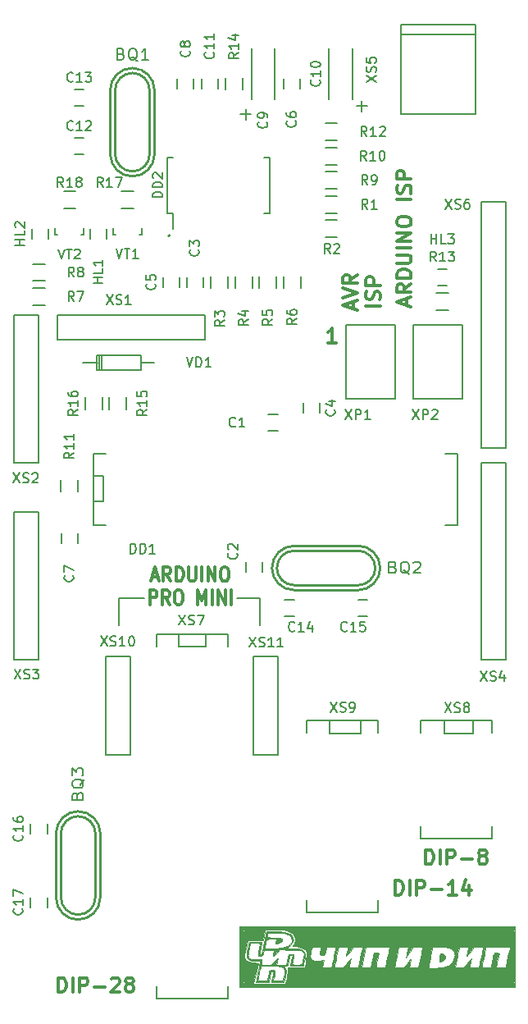
<source format=gbr>
G04 #@! TF.FileFunction,Legend,Top*
%FSLAX46Y46*%
G04 Gerber Fmt 4.6, Leading zero omitted, Abs format (unit mm)*
G04 Created by KiCad (PCBNEW 4.0.2-stable) date 23.05.2016 12:24:01*
%MOMM*%
G01*
G04 APERTURE LIST*
%ADD10C,0.100000*%
%ADD11C,0.300000*%
%ADD12C,0.200000*%
%ADD13C,0.150000*%
%ADD14C,0.254000*%
%ADD15C,0.425000*%
%ADD16C,0.500000*%
%ADD17C,0.010000*%
%ADD18C,0.152400*%
G04 APERTURE END LIST*
D10*
D11*
X93028572Y-100278571D02*
X92171429Y-100278571D01*
X92600001Y-100278571D02*
X92600001Y-98778571D01*
X92457144Y-98992857D01*
X92314286Y-99135714D01*
X92171429Y-99207143D01*
X64342858Y-167278571D02*
X64342858Y-165778571D01*
X64700001Y-165778571D01*
X64914286Y-165850000D01*
X65057144Y-165992857D01*
X65128572Y-166135714D01*
X65200001Y-166421429D01*
X65200001Y-166635714D01*
X65128572Y-166921429D01*
X65057144Y-167064286D01*
X64914286Y-167207143D01*
X64700001Y-167278571D01*
X64342858Y-167278571D01*
X65842858Y-167278571D02*
X65842858Y-165778571D01*
X66557144Y-167278571D02*
X66557144Y-165778571D01*
X67128572Y-165778571D01*
X67271430Y-165850000D01*
X67342858Y-165921429D01*
X67414287Y-166064286D01*
X67414287Y-166278571D01*
X67342858Y-166421429D01*
X67271430Y-166492857D01*
X67128572Y-166564286D01*
X66557144Y-166564286D01*
X68057144Y-166707143D02*
X69200001Y-166707143D01*
X69842858Y-165921429D02*
X69914287Y-165850000D01*
X70057144Y-165778571D01*
X70414287Y-165778571D01*
X70557144Y-165850000D01*
X70628573Y-165921429D01*
X70700001Y-166064286D01*
X70700001Y-166207143D01*
X70628573Y-166421429D01*
X69771430Y-167278571D01*
X70700001Y-167278571D01*
X71557144Y-166421429D02*
X71414286Y-166350000D01*
X71342858Y-166278571D01*
X71271429Y-166135714D01*
X71271429Y-166064286D01*
X71342858Y-165921429D01*
X71414286Y-165850000D01*
X71557144Y-165778571D01*
X71842858Y-165778571D01*
X71985715Y-165850000D01*
X72057144Y-165921429D01*
X72128572Y-166064286D01*
X72128572Y-166135714D01*
X72057144Y-166278571D01*
X71985715Y-166350000D01*
X71842858Y-166421429D01*
X71557144Y-166421429D01*
X71414286Y-166492857D01*
X71342858Y-166564286D01*
X71271429Y-166707143D01*
X71271429Y-166992857D01*
X71342858Y-167135714D01*
X71414286Y-167207143D01*
X71557144Y-167278571D01*
X71842858Y-167278571D01*
X71985715Y-167207143D01*
X72057144Y-167135714D01*
X72128572Y-166992857D01*
X72128572Y-166707143D01*
X72057144Y-166564286D01*
X71985715Y-166492857D01*
X71842858Y-166421429D01*
X99142858Y-157228571D02*
X99142858Y-155728571D01*
X99500001Y-155728571D01*
X99714286Y-155800000D01*
X99857144Y-155942857D01*
X99928572Y-156085714D01*
X100000001Y-156371429D01*
X100000001Y-156585714D01*
X99928572Y-156871429D01*
X99857144Y-157014286D01*
X99714286Y-157157143D01*
X99500001Y-157228571D01*
X99142858Y-157228571D01*
X100642858Y-157228571D02*
X100642858Y-155728571D01*
X101357144Y-157228571D02*
X101357144Y-155728571D01*
X101928572Y-155728571D01*
X102071430Y-155800000D01*
X102142858Y-155871429D01*
X102214287Y-156014286D01*
X102214287Y-156228571D01*
X102142858Y-156371429D01*
X102071430Y-156442857D01*
X101928572Y-156514286D01*
X101357144Y-156514286D01*
X102857144Y-156657143D02*
X104000001Y-156657143D01*
X105500001Y-157228571D02*
X104642858Y-157228571D01*
X105071430Y-157228571D02*
X105071430Y-155728571D01*
X104928573Y-155942857D01*
X104785715Y-156085714D01*
X104642858Y-156157143D01*
X106785715Y-156228571D02*
X106785715Y-157228571D01*
X106428572Y-155657143D02*
X106071429Y-156728571D01*
X107000001Y-156728571D01*
X102257143Y-154078571D02*
X102257143Y-152578571D01*
X102614286Y-152578571D01*
X102828571Y-152650000D01*
X102971429Y-152792857D01*
X103042857Y-152935714D01*
X103114286Y-153221429D01*
X103114286Y-153435714D01*
X103042857Y-153721429D01*
X102971429Y-153864286D01*
X102828571Y-154007143D01*
X102614286Y-154078571D01*
X102257143Y-154078571D01*
X103757143Y-154078571D02*
X103757143Y-152578571D01*
X104471429Y-154078571D02*
X104471429Y-152578571D01*
X105042857Y-152578571D01*
X105185715Y-152650000D01*
X105257143Y-152721429D01*
X105328572Y-152864286D01*
X105328572Y-153078571D01*
X105257143Y-153221429D01*
X105185715Y-153292857D01*
X105042857Y-153364286D01*
X104471429Y-153364286D01*
X105971429Y-153507143D02*
X107114286Y-153507143D01*
X108042858Y-153221429D02*
X107900000Y-153150000D01*
X107828572Y-153078571D01*
X107757143Y-152935714D01*
X107757143Y-152864286D01*
X107828572Y-152721429D01*
X107900000Y-152650000D01*
X108042858Y-152578571D01*
X108328572Y-152578571D01*
X108471429Y-152650000D01*
X108542858Y-152721429D01*
X108614286Y-152864286D01*
X108614286Y-152935714D01*
X108542858Y-153078571D01*
X108471429Y-153150000D01*
X108328572Y-153221429D01*
X108042858Y-153221429D01*
X107900000Y-153292857D01*
X107828572Y-153364286D01*
X107757143Y-153507143D01*
X107757143Y-153792857D01*
X107828572Y-153935714D01*
X107900000Y-154007143D01*
X108042858Y-154078571D01*
X108328572Y-154078571D01*
X108471429Y-154007143D01*
X108542858Y-153935714D01*
X108614286Y-153792857D01*
X108614286Y-153507143D01*
X108542858Y-153364286D01*
X108471429Y-153292857D01*
X108328572Y-153221429D01*
D12*
X70600000Y-126600000D02*
X73200000Y-126600000D01*
X70600000Y-129400000D02*
X70600000Y-126600000D01*
X85200000Y-126600000D02*
X85200000Y-129400000D01*
X82800000Y-126600000D02*
X85200000Y-126600000D01*
D11*
X74038095Y-124450000D02*
X74657143Y-124450000D01*
X73914286Y-124878571D02*
X74347619Y-123378571D01*
X74780952Y-124878571D01*
X75957143Y-124878571D02*
X75523810Y-124164286D01*
X75214286Y-124878571D02*
X75214286Y-123378571D01*
X75709524Y-123378571D01*
X75833333Y-123450000D01*
X75895238Y-123521429D01*
X75957143Y-123664286D01*
X75957143Y-123878571D01*
X75895238Y-124021429D01*
X75833333Y-124092857D01*
X75709524Y-124164286D01*
X75214286Y-124164286D01*
X76514286Y-124878571D02*
X76514286Y-123378571D01*
X76823810Y-123378571D01*
X77009524Y-123450000D01*
X77133333Y-123592857D01*
X77195238Y-123735714D01*
X77257143Y-124021429D01*
X77257143Y-124235714D01*
X77195238Y-124521429D01*
X77133333Y-124664286D01*
X77009524Y-124807143D01*
X76823810Y-124878571D01*
X76514286Y-124878571D01*
X77814286Y-123378571D02*
X77814286Y-124592857D01*
X77876191Y-124735714D01*
X77938095Y-124807143D01*
X78061905Y-124878571D01*
X78309524Y-124878571D01*
X78433333Y-124807143D01*
X78495238Y-124735714D01*
X78557143Y-124592857D01*
X78557143Y-123378571D01*
X79176191Y-124878571D02*
X79176191Y-123378571D01*
X79795239Y-124878571D02*
X79795239Y-123378571D01*
X80538096Y-124878571D01*
X80538096Y-123378571D01*
X81404763Y-123378571D02*
X81652382Y-123378571D01*
X81776191Y-123450000D01*
X81900001Y-123592857D01*
X81961906Y-123878571D01*
X81961906Y-124378571D01*
X81900001Y-124664286D01*
X81776191Y-124807143D01*
X81652382Y-124878571D01*
X81404763Y-124878571D01*
X81280953Y-124807143D01*
X81157144Y-124664286D01*
X81095239Y-124378571D01*
X81095239Y-123878571D01*
X81157144Y-123592857D01*
X81280953Y-123450000D01*
X81404763Y-123378571D01*
X73790476Y-127278571D02*
X73790476Y-125778571D01*
X74285714Y-125778571D01*
X74409523Y-125850000D01*
X74471428Y-125921429D01*
X74533333Y-126064286D01*
X74533333Y-126278571D01*
X74471428Y-126421429D01*
X74409523Y-126492857D01*
X74285714Y-126564286D01*
X73790476Y-126564286D01*
X75833333Y-127278571D02*
X75400000Y-126564286D01*
X75090476Y-127278571D02*
X75090476Y-125778571D01*
X75585714Y-125778571D01*
X75709523Y-125850000D01*
X75771428Y-125921429D01*
X75833333Y-126064286D01*
X75833333Y-126278571D01*
X75771428Y-126421429D01*
X75709523Y-126492857D01*
X75585714Y-126564286D01*
X75090476Y-126564286D01*
X76638095Y-125778571D02*
X76885714Y-125778571D01*
X77009523Y-125850000D01*
X77133333Y-125992857D01*
X77195238Y-126278571D01*
X77195238Y-126778571D01*
X77133333Y-127064286D01*
X77009523Y-127207143D01*
X76885714Y-127278571D01*
X76638095Y-127278571D01*
X76514285Y-127207143D01*
X76390476Y-127064286D01*
X76328571Y-126778571D01*
X76328571Y-126278571D01*
X76390476Y-125992857D01*
X76514285Y-125850000D01*
X76638095Y-125778571D01*
X78742857Y-127278571D02*
X78742857Y-125778571D01*
X79176190Y-126850000D01*
X79609523Y-125778571D01*
X79609523Y-127278571D01*
X80228571Y-127278571D02*
X80228571Y-125778571D01*
X80847619Y-127278571D02*
X80847619Y-125778571D01*
X81590476Y-127278571D01*
X81590476Y-125778571D01*
X82209524Y-127278571D02*
X82209524Y-125778571D01*
X100350000Y-96414286D02*
X100350000Y-95700000D01*
X100778571Y-96557143D02*
X99278571Y-96057143D01*
X100778571Y-95557143D01*
X100778571Y-94200000D02*
X100064286Y-94700000D01*
X100778571Y-95057143D02*
X99278571Y-95057143D01*
X99278571Y-94485715D01*
X99350000Y-94342857D01*
X99421429Y-94271429D01*
X99564286Y-94200000D01*
X99778571Y-94200000D01*
X99921429Y-94271429D01*
X99992857Y-94342857D01*
X100064286Y-94485715D01*
X100064286Y-95057143D01*
X100778571Y-93557143D02*
X99278571Y-93557143D01*
X99278571Y-93200000D01*
X99350000Y-92985715D01*
X99492857Y-92842857D01*
X99635714Y-92771429D01*
X99921429Y-92700000D01*
X100135714Y-92700000D01*
X100421429Y-92771429D01*
X100564286Y-92842857D01*
X100707143Y-92985715D01*
X100778571Y-93200000D01*
X100778571Y-93557143D01*
X99278571Y-92057143D02*
X100492857Y-92057143D01*
X100635714Y-91985715D01*
X100707143Y-91914286D01*
X100778571Y-91771429D01*
X100778571Y-91485715D01*
X100707143Y-91342857D01*
X100635714Y-91271429D01*
X100492857Y-91200000D01*
X99278571Y-91200000D01*
X100778571Y-90485714D02*
X99278571Y-90485714D01*
X100778571Y-89771428D02*
X99278571Y-89771428D01*
X100778571Y-88914285D01*
X99278571Y-88914285D01*
X99278571Y-87914285D02*
X99278571Y-87628571D01*
X99350000Y-87485713D01*
X99492857Y-87342856D01*
X99778571Y-87271428D01*
X100278571Y-87271428D01*
X100564286Y-87342856D01*
X100707143Y-87485713D01*
X100778571Y-87628571D01*
X100778571Y-87914285D01*
X100707143Y-88057142D01*
X100564286Y-88199999D01*
X100278571Y-88271428D01*
X99778571Y-88271428D01*
X99492857Y-88199999D01*
X99350000Y-88057142D01*
X99278571Y-87914285D01*
X100778571Y-85485713D02*
X99278571Y-85485713D01*
X100707143Y-84842856D02*
X100778571Y-84628570D01*
X100778571Y-84271427D01*
X100707143Y-84128570D01*
X100635714Y-84057141D01*
X100492857Y-83985713D01*
X100350000Y-83985713D01*
X100207143Y-84057141D01*
X100135714Y-84128570D01*
X100064286Y-84271427D01*
X99992857Y-84557141D01*
X99921429Y-84699999D01*
X99850000Y-84771427D01*
X99707143Y-84842856D01*
X99564286Y-84842856D01*
X99421429Y-84771427D01*
X99350000Y-84699999D01*
X99278571Y-84557141D01*
X99278571Y-84199999D01*
X99350000Y-83985713D01*
X100778571Y-83342856D02*
X99278571Y-83342856D01*
X99278571Y-82771428D01*
X99350000Y-82628570D01*
X99421429Y-82557142D01*
X99564286Y-82485713D01*
X99778571Y-82485713D01*
X99921429Y-82557142D01*
X99992857Y-82628570D01*
X100064286Y-82771428D01*
X100064286Y-83342856D01*
X94800000Y-96750000D02*
X94800000Y-96035714D01*
X95228571Y-96892857D02*
X93728571Y-96392857D01*
X95228571Y-95892857D01*
X93728571Y-95607143D02*
X95228571Y-95107143D01*
X93728571Y-94607143D01*
X95228571Y-93250000D02*
X94514286Y-93750000D01*
X95228571Y-94107143D02*
X93728571Y-94107143D01*
X93728571Y-93535715D01*
X93800000Y-93392857D01*
X93871429Y-93321429D01*
X94014286Y-93250000D01*
X94228571Y-93250000D01*
X94371429Y-93321429D01*
X94442857Y-93392857D01*
X94514286Y-93535715D01*
X94514286Y-94107143D01*
X97628571Y-96464285D02*
X96128571Y-96464285D01*
X97557143Y-95821428D02*
X97628571Y-95607142D01*
X97628571Y-95249999D01*
X97557143Y-95107142D01*
X97485714Y-95035713D01*
X97342857Y-94964285D01*
X97200000Y-94964285D01*
X97057143Y-95035713D01*
X96985714Y-95107142D01*
X96914286Y-95249999D01*
X96842857Y-95535713D01*
X96771429Y-95678571D01*
X96700000Y-95749999D01*
X96557143Y-95821428D01*
X96414286Y-95821428D01*
X96271429Y-95749999D01*
X96200000Y-95678571D01*
X96128571Y-95535713D01*
X96128571Y-95178571D01*
X96200000Y-94964285D01*
X97628571Y-94321428D02*
X96128571Y-94321428D01*
X96128571Y-93750000D01*
X96200000Y-93607142D01*
X96271429Y-93535714D01*
X96414286Y-93464285D01*
X96628571Y-93464285D01*
X96771429Y-93535714D01*
X96842857Y-93607142D01*
X96914286Y-93750000D01*
X96914286Y-94321428D01*
D12*
X107200000Y-140600000D02*
X107200000Y-139200000D01*
X104200000Y-140600000D02*
X107200000Y-140600000D01*
X104200000Y-139200000D02*
X104200000Y-140600000D01*
X95600000Y-140600000D02*
X95600000Y-139200000D01*
X92400000Y-140600000D02*
X95600000Y-140600000D01*
X92400000Y-139200000D02*
X92400000Y-140600000D01*
X79600000Y-131600000D02*
X79600000Y-130400000D01*
X76800000Y-131600000D02*
X79600000Y-131600000D01*
X76800000Y-130400000D02*
X76800000Y-131600000D01*
X69000000Y-116600000D02*
X68000000Y-116600000D01*
X69000000Y-114000000D02*
X69000000Y-116600000D01*
X68000000Y-114000000D02*
X69000000Y-114000000D01*
X75911803Y-89200000D02*
G75*
G03X75911803Y-89200000I-111803J0D01*
G01*
X75911803Y-89200000D02*
G75*
G03X75911803Y-89200000I-111803J0D01*
G01*
D13*
X64900000Y-84625000D02*
X66100000Y-84625000D01*
X66100000Y-86375000D02*
X64900000Y-86375000D01*
X70900000Y-84625000D02*
X72100000Y-84625000D01*
X72100000Y-86375000D02*
X70900000Y-86375000D01*
D14*
X72000000Y-71912000D02*
G75*
G03X69714000Y-74198000I0J-2286000D01*
G01*
X73778000Y-80802000D02*
X73778000Y-74198000D01*
X70222000Y-74198000D02*
X70222000Y-80802000D01*
X73778000Y-74198000D02*
G75*
G03X72000000Y-72420000I-1778000J0D01*
G01*
X72000000Y-72420000D02*
G75*
G03X70222000Y-74198000I0J-1778000D01*
G01*
X72000000Y-82580000D02*
G75*
G03X73778000Y-80802000I0J1778000D01*
G01*
X70222000Y-80802000D02*
G75*
G03X72000000Y-82580000I1778000J0D01*
G01*
X74286000Y-74198000D02*
G75*
G03X72000000Y-71912000I-2286000J0D01*
G01*
X74286000Y-74198000D02*
X74286000Y-80802000D01*
X69714000Y-80802000D02*
X69714000Y-74198000D01*
X72000000Y-83088000D02*
G75*
G03X74286000Y-80802000I0J2286000D01*
G01*
X69714000Y-80802000D02*
G75*
G03X72000000Y-83088000I2286000J0D01*
G01*
X97588000Y-123500000D02*
G75*
G03X95302000Y-121214000I-2286000J0D01*
G01*
X88698000Y-125278000D02*
X95302000Y-125278000D01*
X95302000Y-121722000D02*
X88698000Y-121722000D01*
X95302000Y-125278000D02*
G75*
G03X97080000Y-123500000I0J1778000D01*
G01*
X97080000Y-123500000D02*
G75*
G03X95302000Y-121722000I-1778000J0D01*
G01*
X86920000Y-123500000D02*
G75*
G03X88698000Y-125278000I1778000J0D01*
G01*
X88698000Y-121722000D02*
G75*
G03X86920000Y-123500000I0J-1778000D01*
G01*
X95302000Y-125786000D02*
G75*
G03X97588000Y-123500000I0J2286000D01*
G01*
X95302000Y-125786000D02*
X88698000Y-125786000D01*
X88698000Y-121214000D02*
X95302000Y-121214000D01*
X86412000Y-123500000D02*
G75*
G03X88698000Y-125786000I2286000J0D01*
G01*
X88698000Y-121214000D02*
G75*
G03X86412000Y-123500000I0J-2286000D01*
G01*
X66400000Y-159788000D02*
G75*
G03X68686000Y-157502000I0J2286000D01*
G01*
X64622000Y-150898000D02*
X64622000Y-157502000D01*
X68178000Y-157502000D02*
X68178000Y-150898000D01*
X64622000Y-157502000D02*
G75*
G03X66400000Y-159280000I1778000J0D01*
G01*
X66400000Y-159280000D02*
G75*
G03X68178000Y-157502000I0J1778000D01*
G01*
X66400000Y-149120000D02*
G75*
G03X64622000Y-150898000I0J-1778000D01*
G01*
X68178000Y-150898000D02*
G75*
G03X66400000Y-149120000I-1778000J0D01*
G01*
X64114000Y-157502000D02*
G75*
G03X66400000Y-159788000I2286000J0D01*
G01*
X64114000Y-157502000D02*
X64114000Y-150898000D01*
X68686000Y-150898000D02*
X68686000Y-157502000D01*
X66400000Y-148612000D02*
G75*
G03X64114000Y-150898000I0J-2286000D01*
G01*
X68686000Y-150898000D02*
G75*
G03X66400000Y-148612000I-2286000J0D01*
G01*
D13*
X86000000Y-109350000D02*
X87000000Y-109350000D01*
X87000000Y-107650000D02*
X86000000Y-107650000D01*
X85450000Y-123900000D02*
X85450000Y-122900000D01*
X83750000Y-122900000D02*
X83750000Y-123900000D01*
X77650000Y-93500000D02*
X77650000Y-94500000D01*
X79350000Y-94500000D02*
X79350000Y-93500000D01*
X89650000Y-106500000D02*
X89650000Y-107500000D01*
X91350000Y-107500000D02*
X91350000Y-106500000D01*
X76850000Y-94500000D02*
X76850000Y-93500000D01*
X75150000Y-93500000D02*
X75150000Y-94500000D01*
X87650000Y-73000000D02*
X87650000Y-74000000D01*
X89350000Y-74000000D02*
X89350000Y-73000000D01*
X66350000Y-120950000D02*
X66350000Y-119950000D01*
X64650000Y-119950000D02*
X64650000Y-120950000D01*
X76650000Y-73000000D02*
X76650000Y-74000000D01*
X78350000Y-74000000D02*
X78350000Y-73000000D01*
X86698880Y-75100960D02*
X86698880Y-69899040D01*
X84301120Y-69899040D02*
X84301120Y-75100960D01*
X94698880Y-75100960D02*
X94698880Y-69899040D01*
X92301120Y-69899040D02*
X92301120Y-75100960D01*
X79150000Y-73000000D02*
X79150000Y-74000000D01*
X80850000Y-74000000D02*
X80850000Y-73000000D01*
X67000000Y-79150000D02*
X66000000Y-79150000D01*
X66000000Y-80850000D02*
X67000000Y-80850000D01*
X67000000Y-74150000D02*
X66000000Y-74150000D01*
X66000000Y-75850000D02*
X67000000Y-75850000D01*
X88700000Y-126750000D02*
X87700000Y-126750000D01*
X87700000Y-128450000D02*
X88700000Y-128450000D01*
X95300000Y-128450000D02*
X96300000Y-128450000D01*
X96300000Y-126750000D02*
X95300000Y-126750000D01*
X63200000Y-150900000D02*
X63200000Y-149900000D01*
X61500000Y-149900000D02*
X61500000Y-150900000D01*
X61500000Y-157500000D02*
X61500000Y-158500000D01*
X63200000Y-158500000D02*
X63200000Y-157500000D01*
X67955000Y-119065000D02*
X69225000Y-119065000D01*
X67955000Y-111715000D02*
X69225000Y-111715000D01*
X105565000Y-111715000D02*
X104295000Y-111715000D01*
X105565000Y-119065000D02*
X104295000Y-119065000D01*
X67955000Y-119065000D02*
X67955000Y-111715000D01*
X105565000Y-119065000D02*
X105565000Y-111715000D01*
X75575000Y-86875000D02*
X76225000Y-86875000D01*
X75575000Y-81125000D02*
X76225000Y-81125000D01*
X86225000Y-81125000D02*
X85575000Y-81125000D01*
X86225000Y-86875000D02*
X85575000Y-86875000D01*
X75575000Y-86875000D02*
X75575000Y-81125000D01*
X86225000Y-86875000D02*
X86225000Y-81125000D01*
X76225000Y-86875000D02*
X76225000Y-88475000D01*
X69350000Y-89500000D02*
X69350000Y-88500000D01*
X67650000Y-88500000D02*
X67650000Y-89500000D01*
X63350000Y-89500000D02*
X63350000Y-88500000D01*
X61650000Y-88500000D02*
X61650000Y-89500000D01*
X103500000Y-94350000D02*
X104500000Y-94350000D01*
X104500000Y-92650000D02*
X103500000Y-92650000D01*
X91900000Y-85125000D02*
X93100000Y-85125000D01*
X93100000Y-86875000D02*
X91900000Y-86875000D01*
X91900000Y-87625000D02*
X93100000Y-87625000D01*
X93100000Y-89375000D02*
X91900000Y-89375000D01*
X81875000Y-93400000D02*
X81875000Y-94600000D01*
X80125000Y-94600000D02*
X80125000Y-93400000D01*
X84375000Y-93400000D02*
X84375000Y-94600000D01*
X82625000Y-94600000D02*
X82625000Y-93400000D01*
X86875000Y-93400000D02*
X86875000Y-94600000D01*
X85125000Y-94600000D02*
X85125000Y-93400000D01*
X89375000Y-93400000D02*
X89375000Y-94600000D01*
X87625000Y-94600000D02*
X87625000Y-93400000D01*
X62950000Y-96375000D02*
X61750000Y-96375000D01*
X61750000Y-94625000D02*
X62950000Y-94625000D01*
X62950000Y-93875000D02*
X61750000Y-93875000D01*
X61750000Y-92125000D02*
X62950000Y-92125000D01*
X93100000Y-84375000D02*
X91900000Y-84375000D01*
X91900000Y-82625000D02*
X93100000Y-82625000D01*
X93100000Y-81875000D02*
X91900000Y-81875000D01*
X91900000Y-80125000D02*
X93100000Y-80125000D01*
X64625000Y-115600000D02*
X64625000Y-114400000D01*
X66375000Y-114400000D02*
X66375000Y-115600000D01*
X91900000Y-77625000D02*
X93100000Y-77625000D01*
X93100000Y-79375000D02*
X91900000Y-79375000D01*
X103400000Y-95125000D02*
X104600000Y-95125000D01*
X104600000Y-96875000D02*
X103400000Y-96875000D01*
X83375000Y-72900000D02*
X83375000Y-74100000D01*
X81625000Y-74100000D02*
X81625000Y-72900000D01*
X71375000Y-105900000D02*
X71375000Y-107100000D01*
X69625000Y-107100000D02*
X69625000Y-105900000D01*
X68875000Y-105900000D02*
X68875000Y-107100000D01*
X67125000Y-107100000D02*
X67125000Y-105900000D01*
X72866520Y-102297460D02*
X74263520Y-102297460D01*
X68421520Y-102297460D02*
X66897520Y-102297460D01*
X68802520Y-101535460D02*
X68802520Y-103059460D01*
X68548520Y-101535460D02*
X68548520Y-103059460D01*
X68294520Y-102297460D02*
X68294520Y-103059460D01*
X68294520Y-103059460D02*
X72866520Y-103059460D01*
X72866520Y-103059460D02*
X72866520Y-101535460D01*
X72866520Y-101535460D02*
X68294520Y-101535460D01*
X68294520Y-101535460D02*
X68294520Y-102297460D01*
X70200840Y-89150240D02*
X70249100Y-89150240D01*
X72999820Y-88449200D02*
X72999820Y-89150240D01*
X72999820Y-89150240D02*
X72750900Y-89150240D01*
X70200840Y-89150240D02*
X70000180Y-89150240D01*
X70000180Y-89150240D02*
X70000180Y-88449200D01*
X64200840Y-89150240D02*
X64249100Y-89150240D01*
X66999820Y-88449200D02*
X66999820Y-89150240D01*
X66999820Y-89150240D02*
X66750900Y-89150240D01*
X64200840Y-89150240D02*
X64000180Y-89150240D01*
X64000180Y-89150240D02*
X64000180Y-88449200D01*
X94030000Y-98430000D02*
X94030000Y-106050000D01*
X94030000Y-106050000D02*
X99110000Y-106050000D01*
X99110000Y-106050000D02*
X99110000Y-100970000D01*
X99110000Y-98430000D02*
X94030000Y-98430000D01*
X99110000Y-100970000D02*
X99110000Y-98430000D01*
X101030000Y-98430000D02*
X101030000Y-106050000D01*
X101030000Y-106050000D02*
X106110000Y-106050000D01*
X106110000Y-106050000D02*
X106110000Y-100970000D01*
X106110000Y-98430000D02*
X101030000Y-98430000D01*
X106110000Y-100970000D02*
X106110000Y-98430000D01*
X64230000Y-97410000D02*
X79470000Y-97410000D01*
X79470000Y-97410000D02*
X79470000Y-99950000D01*
X79470000Y-99950000D02*
X64230000Y-99950000D01*
X64230000Y-97410000D02*
X64230000Y-99950000D01*
X62270000Y-97410000D02*
X62270000Y-112650000D01*
X62270000Y-112650000D02*
X59730000Y-112650000D01*
X59730000Y-112650000D02*
X59730000Y-97410000D01*
X62270000Y-97410000D02*
X59730000Y-97410000D01*
X62270000Y-117730000D02*
X62270000Y-132970000D01*
X62270000Y-132970000D02*
X59730000Y-132970000D01*
X59730000Y-132970000D02*
X59730000Y-117730000D01*
X62270000Y-117730000D02*
X59730000Y-117730000D01*
X107990000Y-132970000D02*
X107990000Y-112650000D01*
X107990000Y-112650000D02*
X110530000Y-112650000D01*
X110530000Y-112650000D02*
X110530000Y-132970000D01*
X107990000Y-132970000D02*
X110530000Y-132970000D01*
X107450640Y-68450820D02*
X99749360Y-68450820D01*
X107450640Y-67450060D02*
X99749360Y-67450060D01*
X99749360Y-67450060D02*
X99749360Y-76649940D01*
X99749360Y-76649940D02*
X107450640Y-76649940D01*
X107450640Y-76649940D02*
X107450640Y-67450060D01*
X107990000Y-111126000D02*
X107990000Y-85726000D01*
X107990000Y-85726000D02*
X110530000Y-85726000D01*
X110530000Y-85726000D02*
X110530000Y-111126000D01*
X107990000Y-111126000D02*
X110530000Y-111126000D01*
X74535000Y-130355000D02*
X74535000Y-131625000D01*
X81885000Y-130355000D02*
X81885000Y-131625000D01*
X81885000Y-167965000D02*
X81885000Y-166695000D01*
X74535000Y-167965000D02*
X74535000Y-166695000D01*
X74535000Y-130355000D02*
X81885000Y-130355000D01*
X74535000Y-167965000D02*
X81885000Y-167965000D01*
X101775000Y-139205000D02*
X101775000Y-140475000D01*
X109125000Y-139205000D02*
X109125000Y-140475000D01*
X109125000Y-151415000D02*
X109125000Y-150145000D01*
X101775000Y-151415000D02*
X101775000Y-150145000D01*
X101775000Y-139205000D02*
X109125000Y-139205000D01*
X101775000Y-151415000D02*
X109125000Y-151415000D01*
X90035000Y-139205000D02*
X90035000Y-140475000D01*
X97385000Y-139205000D02*
X97385000Y-140475000D01*
X97385000Y-159035000D02*
X97385000Y-157765000D01*
X90035000Y-159035000D02*
X90035000Y-157765000D01*
X90035000Y-139205000D02*
X97385000Y-139205000D01*
X90035000Y-159035000D02*
X97385000Y-159035000D01*
X69280000Y-132650000D02*
X69280000Y-142810000D01*
X71820000Y-132650000D02*
X71820000Y-142810000D01*
X69280000Y-142810000D02*
X71820000Y-142810000D01*
X71820000Y-132650000D02*
X69280000Y-132650000D01*
X84520000Y-132650000D02*
X84520000Y-142810000D01*
X87060000Y-132650000D02*
X87060000Y-142810000D01*
X84520000Y-142810000D02*
X87060000Y-142810000D01*
X87060000Y-132650000D02*
X84520000Y-132650000D01*
X111250000Y-166750000D02*
X111475000Y-166750000D01*
X111450000Y-166475000D02*
X87875000Y-166400000D01*
X111475000Y-166400000D02*
X87875000Y-166400000D01*
D10*
X111500000Y-166775000D02*
X111500000Y-166275000D01*
D13*
X83150000Y-166400000D02*
X84450000Y-166400000D01*
X83100000Y-166325000D02*
X83100000Y-166750000D01*
X83100000Y-166750000D02*
X83350000Y-166750000D01*
X83350000Y-166750000D02*
X83350000Y-166625000D01*
D15*
X83250000Y-166612500D02*
X111250000Y-166612500D01*
D13*
X83150000Y-160800000D02*
X83300000Y-160800000D01*
D10*
X83080000Y-160450000D02*
X83450000Y-160450000D01*
X83075000Y-160900000D02*
X83075000Y-160450000D01*
D13*
X87925000Y-160850000D02*
X87500000Y-160750000D01*
X89800000Y-160850000D02*
X87950000Y-160850000D01*
D10*
X111300000Y-160450000D02*
X111500000Y-160450000D01*
D13*
X111350000Y-160800000D02*
X111450000Y-160800000D01*
D10*
X111500000Y-160850000D02*
X111500000Y-160450000D01*
D15*
X83300000Y-160612500D02*
X111300000Y-160612500D01*
D13*
X83575000Y-163075000D02*
X83550000Y-163225000D01*
X83650000Y-163975000D02*
X83550000Y-163725000D01*
D10*
X83575000Y-160850000D02*
X83575000Y-166350000D01*
X83075000Y-160850000D02*
X83625000Y-160850000D01*
X83075000Y-166350000D02*
X83075000Y-160850000D01*
X83625000Y-166350000D02*
X83075000Y-166350000D01*
D16*
X83325000Y-166150000D02*
X83325000Y-161050000D01*
X111250000Y-161050000D02*
X111250000Y-166150000D01*
D10*
X110950000Y-160850000D02*
X111500000Y-160850000D01*
X111500000Y-160850000D02*
X111500000Y-166350000D01*
X111500000Y-166350000D02*
X110950000Y-166350000D01*
X111000000Y-166350000D02*
X111000000Y-160850000D01*
D17*
G36*
X83681652Y-163838672D02*
X83827053Y-164021380D01*
X84037527Y-164142685D01*
X84336018Y-164213359D01*
X84521236Y-164232760D01*
X84971819Y-164266750D01*
X84745034Y-165330362D01*
X84518250Y-166393975D01*
X84057875Y-166393987D01*
X83597500Y-166394000D01*
X83599750Y-165044625D01*
X83601599Y-164594794D01*
X83606004Y-164259538D01*
X83613808Y-164026440D01*
X83625855Y-163883086D01*
X83642986Y-163817061D01*
X83666046Y-163815950D01*
X83681652Y-163838672D01*
X83681652Y-163838672D01*
G37*
X83681652Y-163838672D02*
X83827053Y-164021380D01*
X84037527Y-164142685D01*
X84336018Y-164213359D01*
X84521236Y-164232760D01*
X84971819Y-164266750D01*
X84745034Y-165330362D01*
X84518250Y-166393975D01*
X84057875Y-166393987D01*
X83597500Y-166394000D01*
X83599750Y-165044625D01*
X83601599Y-164594794D01*
X83606004Y-164259538D01*
X83613808Y-164026440D01*
X83625855Y-163883086D01*
X83642986Y-163817061D01*
X83666046Y-163815950D01*
X83681652Y-163838672D01*
G36*
X110966000Y-162584000D02*
X109727750Y-162584000D01*
X109346865Y-162585411D01*
X109013455Y-162589343D01*
X108746769Y-162595347D01*
X108566060Y-162602972D01*
X108490579Y-162611766D01*
X108489500Y-162612979D01*
X108477129Y-162686962D01*
X108443640Y-162859000D01*
X108394470Y-163102955D01*
X108335054Y-163392689D01*
X108270830Y-163702063D01*
X108207232Y-164004940D01*
X108149698Y-164275181D01*
X108103664Y-164486649D01*
X108074565Y-164613206D01*
X108069608Y-164631875D01*
X108065792Y-164688667D01*
X108112308Y-164722114D01*
X108233011Y-164738196D01*
X108451757Y-164742898D01*
X108512691Y-164743000D01*
X108763078Y-164738405D01*
X108913683Y-164720687D01*
X108991517Y-164683938D01*
X109021065Y-164631875D01*
X109047411Y-164524704D01*
X109092446Y-164325745D01*
X109148902Y-164067530D01*
X109187404Y-163887451D01*
X109249178Y-163618531D01*
X109308677Y-163398613D01*
X109357741Y-163255943D01*
X109380962Y-163217478D01*
X109479261Y-163199709D01*
X109641660Y-163204546D01*
X109665401Y-163207082D01*
X109816729Y-163239372D01*
X109865023Y-163297602D01*
X109859176Y-163337305D01*
X109830375Y-163450219D01*
X109785699Y-163644177D01*
X109732166Y-163886398D01*
X109676796Y-164144102D01*
X109626610Y-164384507D01*
X109588626Y-164574832D01*
X109569864Y-164682296D01*
X109569000Y-164692401D01*
X109627304Y-164716614D01*
X109781503Y-164734513D01*
X110000528Y-164742787D01*
X110044040Y-164743000D01*
X110287989Y-164740009D01*
X110433655Y-164725671D01*
X110509712Y-164691938D01*
X110544834Y-164630762D01*
X110553061Y-164600125D01*
X110578578Y-164486987D01*
X110624642Y-164277284D01*
X110685228Y-163998639D01*
X110754309Y-163678675D01*
X110771227Y-163600000D01*
X110955412Y-162742750D01*
X110966000Y-166394000D01*
X87802291Y-166394000D01*
X87926826Y-165838375D01*
X87982079Y-165550730D01*
X88019296Y-165275317D01*
X88032412Y-165060231D01*
X88030729Y-165014523D01*
X88010097Y-164746297D01*
X88896806Y-164728773D01*
X89783516Y-164711250D01*
X89894353Y-164171500D01*
X89946388Y-163893761D01*
X89986049Y-163635985D01*
X90000676Y-163498737D01*
X90360556Y-163498737D01*
X90414989Y-163754515D01*
X90548629Y-163929784D01*
X90619074Y-163971644D01*
X90819868Y-164023312D01*
X91084786Y-164042057D01*
X91355164Y-164027402D01*
X91570989Y-163979388D01*
X91742247Y-163914276D01*
X91699087Y-164185763D01*
X91663253Y-164392352D01*
X91627934Y-164567785D01*
X91620329Y-164600125D01*
X91608676Y-164672595D01*
X91634985Y-164715189D01*
X91723849Y-164735834D01*
X91899862Y-164742458D01*
X92063586Y-164743000D01*
X92314908Y-164738424D01*
X92466430Y-164720792D01*
X92545148Y-164684244D01*
X92575608Y-164631875D01*
X92870845Y-164631875D01*
X92885750Y-164689540D01*
X92950507Y-164723227D01*
X93090637Y-164739019D01*
X93331663Y-164742999D01*
X93337056Y-164743000D01*
X93805612Y-164743000D01*
X94164067Y-164266750D01*
X94321464Y-164060516D01*
X94448659Y-163899276D01*
X94527815Y-163805362D01*
X94544424Y-163790500D01*
X94542870Y-163846474D01*
X94516613Y-163991802D01*
X94480405Y-164155625D01*
X94418066Y-164428419D01*
X94396844Y-164600242D01*
X94431725Y-164694402D01*
X94537691Y-164734210D01*
X94729726Y-164742974D01*
X94857981Y-164743000D01*
X95323462Y-164743000D01*
X95625623Y-164743000D01*
X96588806Y-164743000D01*
X96742000Y-163981000D01*
X96895193Y-163219000D01*
X97167846Y-163219000D01*
X97333730Y-163225735D01*
X97430396Y-163242692D01*
X97440500Y-163251422D01*
X97427921Y-163321408D01*
X97394417Y-163485649D01*
X97346333Y-163714362D01*
X97290015Y-163977764D01*
X97231809Y-164246072D01*
X97178061Y-164489505D01*
X97153126Y-164600125D01*
X97143153Y-164672567D01*
X97170737Y-164715162D01*
X97260625Y-164735822D01*
X97437565Y-164742458D01*
X97600033Y-164743000D01*
X97888397Y-164733064D01*
X98056708Y-164702691D01*
X98108382Y-164663625D01*
X98116555Y-164632642D01*
X99091500Y-164632642D01*
X99108076Y-164689821D01*
X99174801Y-164723301D01*
X99317166Y-164739040D01*
X99560665Y-164742999D01*
X99563564Y-164743000D01*
X100035628Y-164743000D01*
X100389064Y-164252908D01*
X100560647Y-164020104D01*
X100668387Y-163894962D01*
X100719948Y-163880192D01*
X100722994Y-163978500D01*
X100685190Y-164192596D01*
X100652890Y-164346125D01*
X100567742Y-164743000D01*
X101538562Y-164743000D01*
X101540505Y-164733513D01*
X102568729Y-164733513D01*
X102570958Y-164772291D01*
X102654972Y-164790405D01*
X102835519Y-164794277D01*
X103083192Y-164786042D01*
X103368585Y-164767834D01*
X103662289Y-164741785D01*
X103934898Y-164710030D01*
X104112889Y-164681719D01*
X105314500Y-164681719D01*
X105372883Y-164711239D01*
X105527689Y-164732904D01*
X105748399Y-164742777D01*
X105789239Y-164743000D01*
X106263978Y-164743000D01*
X106622432Y-164266750D01*
X106779417Y-164060591D01*
X106905634Y-163899381D01*
X106983435Y-163805426D01*
X106999216Y-163790500D01*
X106995563Y-163846456D01*
X106967488Y-163991740D01*
X106930284Y-164155625D01*
X106866733Y-164428474D01*
X106844514Y-164600334D01*
X106878879Y-164694508D01*
X106985083Y-164734300D01*
X107178379Y-164743014D01*
X107314750Y-164743000D01*
X107542405Y-164738196D01*
X107710807Y-164725491D01*
X107788922Y-164707439D01*
X107791000Y-164703774D01*
X107803467Y-164626497D01*
X107837199Y-164451477D01*
X107886691Y-164205120D01*
X107946438Y-163913829D01*
X108010933Y-163604010D01*
X108074672Y-163302066D01*
X108132150Y-163034402D01*
X108177861Y-162827423D01*
X108206301Y-162707532D01*
X108209797Y-162695125D01*
X108214310Y-162639489D01*
X108169945Y-162606170D01*
X108053342Y-162589611D01*
X107841138Y-162584255D01*
X107742543Y-162584000D01*
X107241029Y-162584000D01*
X106897276Y-163093160D01*
X106749850Y-163303354D01*
X106629905Y-163459010D01*
X106553269Y-163540447D01*
X106534272Y-163544568D01*
X106538037Y-163457434D01*
X106566412Y-163284514D01*
X106613255Y-163063242D01*
X106613260Y-163063217D01*
X106662463Y-162847295D01*
X106697706Y-162685452D01*
X106711494Y-162612127D01*
X106711500Y-162611809D01*
X106653201Y-162598462D01*
X106499094Y-162588614D01*
X106280355Y-162584103D01*
X106239529Y-162584000D01*
X105990017Y-162588734D01*
X105840068Y-162606921D01*
X105762463Y-162644537D01*
X105733392Y-162695125D01*
X105706170Y-162802591D01*
X105660931Y-163000904D01*
X105603325Y-163263260D01*
X105539006Y-163562854D01*
X105473623Y-163872884D01*
X105412830Y-164166546D01*
X105362278Y-164417037D01*
X105327618Y-164597553D01*
X105314503Y-164681291D01*
X105314500Y-164681719D01*
X104112889Y-164681719D01*
X104157005Y-164674702D01*
X104265507Y-164649339D01*
X104617787Y-164520112D01*
X104872266Y-164360367D01*
X105057873Y-164147905D01*
X105158594Y-163963951D01*
X105269634Y-163687627D01*
X105306850Y-163469509D01*
X105273037Y-163266517D01*
X105213346Y-163120278D01*
X105087477Y-162934407D01*
X104899710Y-162794606D01*
X104634821Y-162695435D01*
X104277589Y-162631453D01*
X103812790Y-162597217D01*
X103742875Y-162594641D01*
X103438556Y-162588848D01*
X103192291Y-162592618D01*
X103026855Y-162605042D01*
X102965023Y-162625212D01*
X102965000Y-162625671D01*
X102952571Y-162704160D01*
X102918192Y-162884899D01*
X102866221Y-163145890D01*
X102801015Y-163465138D01*
X102750205Y-163709709D01*
X102680618Y-164054259D01*
X102624773Y-164353986D01*
X102586276Y-164587526D01*
X102568729Y-164733513D01*
X101540505Y-164733513D01*
X101743781Y-163741389D01*
X101813412Y-163396896D01*
X101872922Y-163093618D01*
X101917951Y-162854491D01*
X101944138Y-162702452D01*
X101949000Y-162661889D01*
X101899529Y-162617104D01*
X101744268Y-162591719D01*
X101484406Y-162583999D01*
X101019812Y-162583999D01*
X100678825Y-163072381D01*
X100530374Y-163275776D01*
X100409859Y-163423590D01*
X100333785Y-163496494D01*
X100316475Y-163496675D01*
X100317947Y-163405801D01*
X100342399Y-163229472D01*
X100384052Y-163008294D01*
X100472992Y-162583999D01*
X99983966Y-162583999D01*
X99494939Y-162584000D01*
X99293219Y-163553142D01*
X99223477Y-163895054D01*
X99164180Y-164198799D01*
X99119881Y-164440016D01*
X99095133Y-164594344D01*
X99091500Y-164632642D01*
X98116555Y-164632642D01*
X98133730Y-164567535D01*
X98177229Y-164376539D01*
X98233285Y-164117822D01*
X98296301Y-163818568D01*
X98360683Y-163505963D01*
X98420834Y-163207190D01*
X98471161Y-162949435D01*
X98506067Y-162759883D01*
X98519956Y-162665718D01*
X98520000Y-162663796D01*
X98490445Y-162634823D01*
X98393164Y-162613260D01*
X98215227Y-162598266D01*
X97943707Y-162589002D01*
X97565674Y-162584628D01*
X97292085Y-162584000D01*
X96064171Y-162584000D01*
X95625623Y-164743000D01*
X95323462Y-164743000D01*
X95532692Y-163743197D01*
X95605603Y-163398765D01*
X95671381Y-163095411D01*
X95724912Y-162856165D01*
X95761077Y-162704059D01*
X95772504Y-162663697D01*
X95755101Y-162621756D01*
X95652429Y-162596790D01*
X95447916Y-162586017D01*
X95304168Y-162585079D01*
X94805250Y-162586159D01*
X94440125Y-163104645D01*
X94288718Y-163311593D01*
X94168274Y-163460881D01*
X94093622Y-163535071D01*
X94076552Y-163532190D01*
X94090407Y-163416377D01*
X94130976Y-163203467D01*
X94200391Y-162882663D01*
X94236152Y-162724169D01*
X94247356Y-162651234D01*
X94223370Y-162609192D01*
X94139677Y-162591235D01*
X93971760Y-162590554D01*
X93778853Y-162597169D01*
X93288429Y-162615750D01*
X93080810Y-163568250D01*
X93008342Y-163907028D01*
X92946578Y-164207791D01*
X92900370Y-164445956D01*
X92874571Y-164596938D01*
X92870845Y-164631875D01*
X92575608Y-164631875D01*
X92597928Y-164539059D01*
X92638977Y-164352709D01*
X92693319Y-164098965D01*
X92755517Y-163803964D01*
X92820135Y-163493844D01*
X92881738Y-163194743D01*
X92934888Y-162932800D01*
X92974150Y-162734152D01*
X92994088Y-162624937D01*
X92995500Y-162612979D01*
X92937185Y-162599110D01*
X92782960Y-162588859D01*
X92563903Y-162584121D01*
X92520459Y-162584000D01*
X92287846Y-162583456D01*
X92141458Y-162597641D01*
X92055263Y-162650281D01*
X92003231Y-162765100D01*
X91959333Y-162965822D01*
X91928879Y-163123178D01*
X91868826Y-163310819D01*
X91767102Y-163411602D01*
X91714331Y-163434448D01*
X91550700Y-163463462D01*
X91439233Y-163449838D01*
X91374553Y-163376949D01*
X91359963Y-163219245D01*
X91395633Y-162964947D01*
X91449670Y-162726875D01*
X91461322Y-162654583D01*
X91435195Y-162612004D01*
X91346758Y-162591284D01*
X91171481Y-162584571D01*
X91003343Y-162583999D01*
X90779755Y-162582323D01*
X90635138Y-162592154D01*
X90546553Y-162635785D01*
X90491066Y-162735508D01*
X90445738Y-162913615D01*
X90390332Y-163179776D01*
X90360556Y-163498737D01*
X90000676Y-163498737D01*
X90006511Y-163443987D01*
X90007858Y-163409500D01*
X89955136Y-163114345D01*
X89791010Y-162877086D01*
X89518181Y-162699856D01*
X89139350Y-162584793D01*
X88924250Y-162552664D01*
X88567750Y-162513516D01*
X88690267Y-162278883D01*
X88784655Y-161983587D01*
X88784796Y-161775291D01*
X88716107Y-161481652D01*
X88569538Y-161253130D01*
X88331178Y-161077033D01*
X87987118Y-160940671D01*
X87820250Y-160895264D01*
X87801229Y-160885411D01*
X87830207Y-160876348D01*
X87911703Y-160868043D01*
X88050236Y-160860462D01*
X88250323Y-160853572D01*
X88516485Y-160847340D01*
X88853241Y-160841732D01*
X89265108Y-160836715D01*
X89756606Y-160832257D01*
X90332254Y-160828323D01*
X90996571Y-160824881D01*
X91754075Y-160821898D01*
X92609286Y-160819340D01*
X93566723Y-160817173D01*
X94630904Y-160815366D01*
X95806348Y-160813885D01*
X97097574Y-160812695D01*
X98509101Y-160811766D01*
X99234375Y-160811400D01*
X110966000Y-160806000D01*
X110966000Y-162584000D01*
X110966000Y-162584000D01*
G37*
X110966000Y-162584000D02*
X109727750Y-162584000D01*
X109346865Y-162585411D01*
X109013455Y-162589343D01*
X108746769Y-162595347D01*
X108566060Y-162602972D01*
X108490579Y-162611766D01*
X108489500Y-162612979D01*
X108477129Y-162686962D01*
X108443640Y-162859000D01*
X108394470Y-163102955D01*
X108335054Y-163392689D01*
X108270830Y-163702063D01*
X108207232Y-164004940D01*
X108149698Y-164275181D01*
X108103664Y-164486649D01*
X108074565Y-164613206D01*
X108069608Y-164631875D01*
X108065792Y-164688667D01*
X108112308Y-164722114D01*
X108233011Y-164738196D01*
X108451757Y-164742898D01*
X108512691Y-164743000D01*
X108763078Y-164738405D01*
X108913683Y-164720687D01*
X108991517Y-164683938D01*
X109021065Y-164631875D01*
X109047411Y-164524704D01*
X109092446Y-164325745D01*
X109148902Y-164067530D01*
X109187404Y-163887451D01*
X109249178Y-163618531D01*
X109308677Y-163398613D01*
X109357741Y-163255943D01*
X109380962Y-163217478D01*
X109479261Y-163199709D01*
X109641660Y-163204546D01*
X109665401Y-163207082D01*
X109816729Y-163239372D01*
X109865023Y-163297602D01*
X109859176Y-163337305D01*
X109830375Y-163450219D01*
X109785699Y-163644177D01*
X109732166Y-163886398D01*
X109676796Y-164144102D01*
X109626610Y-164384507D01*
X109588626Y-164574832D01*
X109569864Y-164682296D01*
X109569000Y-164692401D01*
X109627304Y-164716614D01*
X109781503Y-164734513D01*
X110000528Y-164742787D01*
X110044040Y-164743000D01*
X110287989Y-164740009D01*
X110433655Y-164725671D01*
X110509712Y-164691938D01*
X110544834Y-164630762D01*
X110553061Y-164600125D01*
X110578578Y-164486987D01*
X110624642Y-164277284D01*
X110685228Y-163998639D01*
X110754309Y-163678675D01*
X110771227Y-163600000D01*
X110955412Y-162742750D01*
X110966000Y-166394000D01*
X87802291Y-166394000D01*
X87926826Y-165838375D01*
X87982079Y-165550730D01*
X88019296Y-165275317D01*
X88032412Y-165060231D01*
X88030729Y-165014523D01*
X88010097Y-164746297D01*
X88896806Y-164728773D01*
X89783516Y-164711250D01*
X89894353Y-164171500D01*
X89946388Y-163893761D01*
X89986049Y-163635985D01*
X90000676Y-163498737D01*
X90360556Y-163498737D01*
X90414989Y-163754515D01*
X90548629Y-163929784D01*
X90619074Y-163971644D01*
X90819868Y-164023312D01*
X91084786Y-164042057D01*
X91355164Y-164027402D01*
X91570989Y-163979388D01*
X91742247Y-163914276D01*
X91699087Y-164185763D01*
X91663253Y-164392352D01*
X91627934Y-164567785D01*
X91620329Y-164600125D01*
X91608676Y-164672595D01*
X91634985Y-164715189D01*
X91723849Y-164735834D01*
X91899862Y-164742458D01*
X92063586Y-164743000D01*
X92314908Y-164738424D01*
X92466430Y-164720792D01*
X92545148Y-164684244D01*
X92575608Y-164631875D01*
X92870845Y-164631875D01*
X92885750Y-164689540D01*
X92950507Y-164723227D01*
X93090637Y-164739019D01*
X93331663Y-164742999D01*
X93337056Y-164743000D01*
X93805612Y-164743000D01*
X94164067Y-164266750D01*
X94321464Y-164060516D01*
X94448659Y-163899276D01*
X94527815Y-163805362D01*
X94544424Y-163790500D01*
X94542870Y-163846474D01*
X94516613Y-163991802D01*
X94480405Y-164155625D01*
X94418066Y-164428419D01*
X94396844Y-164600242D01*
X94431725Y-164694402D01*
X94537691Y-164734210D01*
X94729726Y-164742974D01*
X94857981Y-164743000D01*
X95323462Y-164743000D01*
X95625623Y-164743000D01*
X96588806Y-164743000D01*
X96742000Y-163981000D01*
X96895193Y-163219000D01*
X97167846Y-163219000D01*
X97333730Y-163225735D01*
X97430396Y-163242692D01*
X97440500Y-163251422D01*
X97427921Y-163321408D01*
X97394417Y-163485649D01*
X97346333Y-163714362D01*
X97290015Y-163977764D01*
X97231809Y-164246072D01*
X97178061Y-164489505D01*
X97153126Y-164600125D01*
X97143153Y-164672567D01*
X97170737Y-164715162D01*
X97260625Y-164735822D01*
X97437565Y-164742458D01*
X97600033Y-164743000D01*
X97888397Y-164733064D01*
X98056708Y-164702691D01*
X98108382Y-164663625D01*
X98116555Y-164632642D01*
X99091500Y-164632642D01*
X99108076Y-164689821D01*
X99174801Y-164723301D01*
X99317166Y-164739040D01*
X99560665Y-164742999D01*
X99563564Y-164743000D01*
X100035628Y-164743000D01*
X100389064Y-164252908D01*
X100560647Y-164020104D01*
X100668387Y-163894962D01*
X100719948Y-163880192D01*
X100722994Y-163978500D01*
X100685190Y-164192596D01*
X100652890Y-164346125D01*
X100567742Y-164743000D01*
X101538562Y-164743000D01*
X101540505Y-164733513D01*
X102568729Y-164733513D01*
X102570958Y-164772291D01*
X102654972Y-164790405D01*
X102835519Y-164794277D01*
X103083192Y-164786042D01*
X103368585Y-164767834D01*
X103662289Y-164741785D01*
X103934898Y-164710030D01*
X104112889Y-164681719D01*
X105314500Y-164681719D01*
X105372883Y-164711239D01*
X105527689Y-164732904D01*
X105748399Y-164742777D01*
X105789239Y-164743000D01*
X106263978Y-164743000D01*
X106622432Y-164266750D01*
X106779417Y-164060591D01*
X106905634Y-163899381D01*
X106983435Y-163805426D01*
X106999216Y-163790500D01*
X106995563Y-163846456D01*
X106967488Y-163991740D01*
X106930284Y-164155625D01*
X106866733Y-164428474D01*
X106844514Y-164600334D01*
X106878879Y-164694508D01*
X106985083Y-164734300D01*
X107178379Y-164743014D01*
X107314750Y-164743000D01*
X107542405Y-164738196D01*
X107710807Y-164725491D01*
X107788922Y-164707439D01*
X107791000Y-164703774D01*
X107803467Y-164626497D01*
X107837199Y-164451477D01*
X107886691Y-164205120D01*
X107946438Y-163913829D01*
X108010933Y-163604010D01*
X108074672Y-163302066D01*
X108132150Y-163034402D01*
X108177861Y-162827423D01*
X108206301Y-162707532D01*
X108209797Y-162695125D01*
X108214310Y-162639489D01*
X108169945Y-162606170D01*
X108053342Y-162589611D01*
X107841138Y-162584255D01*
X107742543Y-162584000D01*
X107241029Y-162584000D01*
X106897276Y-163093160D01*
X106749850Y-163303354D01*
X106629905Y-163459010D01*
X106553269Y-163540447D01*
X106534272Y-163544568D01*
X106538037Y-163457434D01*
X106566412Y-163284514D01*
X106613255Y-163063242D01*
X106613260Y-163063217D01*
X106662463Y-162847295D01*
X106697706Y-162685452D01*
X106711494Y-162612127D01*
X106711500Y-162611809D01*
X106653201Y-162598462D01*
X106499094Y-162588614D01*
X106280355Y-162584103D01*
X106239529Y-162584000D01*
X105990017Y-162588734D01*
X105840068Y-162606921D01*
X105762463Y-162644537D01*
X105733392Y-162695125D01*
X105706170Y-162802591D01*
X105660931Y-163000904D01*
X105603325Y-163263260D01*
X105539006Y-163562854D01*
X105473623Y-163872884D01*
X105412830Y-164166546D01*
X105362278Y-164417037D01*
X105327618Y-164597553D01*
X105314503Y-164681291D01*
X105314500Y-164681719D01*
X104112889Y-164681719D01*
X104157005Y-164674702D01*
X104265507Y-164649339D01*
X104617787Y-164520112D01*
X104872266Y-164360367D01*
X105057873Y-164147905D01*
X105158594Y-163963951D01*
X105269634Y-163687627D01*
X105306850Y-163469509D01*
X105273037Y-163266517D01*
X105213346Y-163120278D01*
X105087477Y-162934407D01*
X104899710Y-162794606D01*
X104634821Y-162695435D01*
X104277589Y-162631453D01*
X103812790Y-162597217D01*
X103742875Y-162594641D01*
X103438556Y-162588848D01*
X103192291Y-162592618D01*
X103026855Y-162605042D01*
X102965023Y-162625212D01*
X102965000Y-162625671D01*
X102952571Y-162704160D01*
X102918192Y-162884899D01*
X102866221Y-163145890D01*
X102801015Y-163465138D01*
X102750205Y-163709709D01*
X102680618Y-164054259D01*
X102624773Y-164353986D01*
X102586276Y-164587526D01*
X102568729Y-164733513D01*
X101540505Y-164733513D01*
X101743781Y-163741389D01*
X101813412Y-163396896D01*
X101872922Y-163093618D01*
X101917951Y-162854491D01*
X101944138Y-162702452D01*
X101949000Y-162661889D01*
X101899529Y-162617104D01*
X101744268Y-162591719D01*
X101484406Y-162583999D01*
X101019812Y-162583999D01*
X100678825Y-163072381D01*
X100530374Y-163275776D01*
X100409859Y-163423590D01*
X100333785Y-163496494D01*
X100316475Y-163496675D01*
X100317947Y-163405801D01*
X100342399Y-163229472D01*
X100384052Y-163008294D01*
X100472992Y-162583999D01*
X99983966Y-162583999D01*
X99494939Y-162584000D01*
X99293219Y-163553142D01*
X99223477Y-163895054D01*
X99164180Y-164198799D01*
X99119881Y-164440016D01*
X99095133Y-164594344D01*
X99091500Y-164632642D01*
X98116555Y-164632642D01*
X98133730Y-164567535D01*
X98177229Y-164376539D01*
X98233285Y-164117822D01*
X98296301Y-163818568D01*
X98360683Y-163505963D01*
X98420834Y-163207190D01*
X98471161Y-162949435D01*
X98506067Y-162759883D01*
X98519956Y-162665718D01*
X98520000Y-162663796D01*
X98490445Y-162634823D01*
X98393164Y-162613260D01*
X98215227Y-162598266D01*
X97943707Y-162589002D01*
X97565674Y-162584628D01*
X97292085Y-162584000D01*
X96064171Y-162584000D01*
X95625623Y-164743000D01*
X95323462Y-164743000D01*
X95532692Y-163743197D01*
X95605603Y-163398765D01*
X95671381Y-163095411D01*
X95724912Y-162856165D01*
X95761077Y-162704059D01*
X95772504Y-162663697D01*
X95755101Y-162621756D01*
X95652429Y-162596790D01*
X95447916Y-162586017D01*
X95304168Y-162585079D01*
X94805250Y-162586159D01*
X94440125Y-163104645D01*
X94288718Y-163311593D01*
X94168274Y-163460881D01*
X94093622Y-163535071D01*
X94076552Y-163532190D01*
X94090407Y-163416377D01*
X94130976Y-163203467D01*
X94200391Y-162882663D01*
X94236152Y-162724169D01*
X94247356Y-162651234D01*
X94223370Y-162609192D01*
X94139677Y-162591235D01*
X93971760Y-162590554D01*
X93778853Y-162597169D01*
X93288429Y-162615750D01*
X93080810Y-163568250D01*
X93008342Y-163907028D01*
X92946578Y-164207791D01*
X92900370Y-164445956D01*
X92874571Y-164596938D01*
X92870845Y-164631875D01*
X92575608Y-164631875D01*
X92597928Y-164539059D01*
X92638977Y-164352709D01*
X92693319Y-164098965D01*
X92755517Y-163803964D01*
X92820135Y-163493844D01*
X92881738Y-163194743D01*
X92934888Y-162932800D01*
X92974150Y-162734152D01*
X92994088Y-162624937D01*
X92995500Y-162612979D01*
X92937185Y-162599110D01*
X92782960Y-162588859D01*
X92563903Y-162584121D01*
X92520459Y-162584000D01*
X92287846Y-162583456D01*
X92141458Y-162597641D01*
X92055263Y-162650281D01*
X92003231Y-162765100D01*
X91959333Y-162965822D01*
X91928879Y-163123178D01*
X91868826Y-163310819D01*
X91767102Y-163411602D01*
X91714331Y-163434448D01*
X91550700Y-163463462D01*
X91439233Y-163449838D01*
X91374553Y-163376949D01*
X91359963Y-163219245D01*
X91395633Y-162964947D01*
X91449670Y-162726875D01*
X91461322Y-162654583D01*
X91435195Y-162612004D01*
X91346758Y-162591284D01*
X91171481Y-162584571D01*
X91003343Y-162583999D01*
X90779755Y-162582323D01*
X90635138Y-162592154D01*
X90546553Y-162635785D01*
X90491066Y-162735508D01*
X90445738Y-162913615D01*
X90390332Y-163179776D01*
X90360556Y-163498737D01*
X90000676Y-163498737D01*
X90006511Y-163443987D01*
X90007858Y-163409500D01*
X89955136Y-163114345D01*
X89791010Y-162877086D01*
X89518181Y-162699856D01*
X89139350Y-162584793D01*
X88924250Y-162552664D01*
X88567750Y-162513516D01*
X88690267Y-162278883D01*
X88784655Y-161983587D01*
X88784796Y-161775291D01*
X88716107Y-161481652D01*
X88569538Y-161253130D01*
X88331178Y-161077033D01*
X87987118Y-160940671D01*
X87820250Y-160895264D01*
X87801229Y-160885411D01*
X87830207Y-160876348D01*
X87911703Y-160868043D01*
X88050236Y-160860462D01*
X88250323Y-160853572D01*
X88516485Y-160847340D01*
X88853241Y-160841732D01*
X89265108Y-160836715D01*
X89756606Y-160832257D01*
X90332254Y-160828323D01*
X90996571Y-160824881D01*
X91754075Y-160821898D01*
X92609286Y-160819340D01*
X93566723Y-160817173D01*
X94630904Y-160815366D01*
X95806348Y-160813885D01*
X97097574Y-160812695D01*
X98509101Y-160811766D01*
X99234375Y-160811400D01*
X110966000Y-160806000D01*
X110966000Y-162584000D01*
G36*
X87180362Y-161010367D02*
X87624039Y-161053408D01*
X87970952Y-161127779D01*
X88234766Y-161235636D01*
X88269721Y-161255868D01*
X88480244Y-161447068D01*
X88588946Y-161686419D01*
X88598248Y-161949522D01*
X88510568Y-162211980D01*
X88328325Y-162449396D01*
X88137174Y-162592753D01*
X87998781Y-162676583D01*
X87921405Y-162727677D01*
X87915500Y-162733424D01*
X87974714Y-162738274D01*
X88135235Y-162743848D01*
X88371377Y-162749404D01*
X88610996Y-162753538D01*
X89048117Y-162773794D01*
X89376085Y-162828806D01*
X89604649Y-162931790D01*
X89743557Y-163095964D01*
X89802557Y-163334541D01*
X89791399Y-163660739D01*
X89719830Y-164087774D01*
X89692057Y-164219125D01*
X89619476Y-164552500D01*
X88313208Y-164552500D01*
X88423500Y-164012750D01*
X88533791Y-163472999D01*
X88390285Y-163473000D01*
X88312170Y-163487399D01*
X88255124Y-163547871D01*
X88205074Y-163680326D01*
X88147948Y-163910675D01*
X88144639Y-163925289D01*
X88094302Y-164159626D01*
X88057823Y-164351252D01*
X88042581Y-164461179D01*
X88042500Y-164465039D01*
X87983577Y-164531418D01*
X87820250Y-164552500D01*
X87675186Y-164556232D01*
X87640326Y-164582361D01*
X87698872Y-164653282D01*
X87725000Y-164679500D01*
X87827263Y-164833158D01*
X87865047Y-165045183D01*
X87864914Y-165155750D01*
X87851379Y-165244474D01*
X87817425Y-165422491D01*
X87769755Y-165655023D01*
X87757809Y-165711375D01*
X87652837Y-166203500D01*
X86339263Y-166203500D01*
X86428926Y-165806625D01*
X86481665Y-165573624D01*
X86527343Y-165372565D01*
X86551505Y-165266875D01*
X86553923Y-165158462D01*
X86469062Y-165124882D01*
X86434384Y-165124000D01*
X86359598Y-165134561D01*
X86305017Y-165182361D01*
X86258849Y-165291572D01*
X86209302Y-165486368D01*
X86171079Y-165663750D01*
X86057809Y-166203500D01*
X84755155Y-166203500D01*
X84789663Y-166044077D01*
X84931000Y-166044077D01*
X84989459Y-166059203D01*
X85144701Y-166070562D01*
X85366522Y-166076207D01*
X85433910Y-166076500D01*
X85936820Y-166076500D01*
X86037160Y-165635339D01*
X86087298Y-165401621D01*
X86123272Y-165208593D01*
X86137488Y-165097106D01*
X86137500Y-165095589D01*
X86171534Y-165031290D01*
X86290140Y-165001684D01*
X86423250Y-164997000D01*
X86600173Y-165004226D01*
X86683693Y-165037060D01*
X86707093Y-165112236D01*
X86707447Y-165139875D01*
X86690936Y-165295949D01*
X86650496Y-165522600D01*
X86596395Y-165768097D01*
X86543611Y-165965375D01*
X86539420Y-166020603D01*
X86583543Y-166053875D01*
X86699207Y-166070597D01*
X86909637Y-166076176D01*
X87021011Y-166076500D01*
X87274321Y-166074794D01*
X87428486Y-166063782D01*
X87511359Y-166034625D01*
X87550793Y-165978482D01*
X87571202Y-165901875D01*
X87615358Y-165714140D01*
X87666924Y-165506499D01*
X87667308Y-165505000D01*
X87722306Y-165189303D01*
X87698995Y-164952619D01*
X87594134Y-164771523D01*
X87561269Y-164738193D01*
X87495795Y-164681694D01*
X87424116Y-164640506D01*
X87325525Y-164611696D01*
X87179313Y-164592329D01*
X86964774Y-164579470D01*
X86661198Y-164570184D01*
X86325562Y-164563063D01*
X85253585Y-164541877D01*
X85219706Y-164690063D01*
X85172155Y-164902027D01*
X85116185Y-165157422D01*
X85058173Y-165426337D01*
X85004498Y-165678863D01*
X84961536Y-165885089D01*
X84935665Y-166015105D01*
X84931000Y-166044077D01*
X84789663Y-166044077D01*
X84937276Y-165362125D01*
X85008751Y-165028297D01*
X85073708Y-164718309D01*
X85125559Y-164464047D01*
X85157715Y-164297399D01*
X85160314Y-164282625D01*
X85201231Y-164044500D01*
X84752749Y-164044500D01*
X84352547Y-164019155D01*
X84063191Y-163938147D01*
X83878031Y-163794013D01*
X83790415Y-163579292D01*
X83791540Y-163478834D01*
X83930125Y-163478834D01*
X83941833Y-163605123D01*
X83982871Y-163694431D01*
X84042062Y-163758920D01*
X84127934Y-163820168D01*
X84240855Y-163858237D01*
X84410696Y-163878258D01*
X84667324Y-163885364D01*
X84780185Y-163885750D01*
X85378288Y-163885750D01*
X85337934Y-164155625D01*
X85297579Y-164425500D01*
X86292567Y-164425500D01*
X86668480Y-164060375D01*
X86832739Y-163909065D01*
X86950557Y-163816629D01*
X87004274Y-163796160D01*
X87003559Y-163811926D01*
X86966763Y-163950682D01*
X86928848Y-164141776D01*
X86922996Y-164177051D01*
X86883268Y-164425500D01*
X87899309Y-164425500D01*
X88125849Y-163346000D01*
X88366176Y-163346000D01*
X88530863Y-163359961D01*
X88633252Y-163394479D01*
X88642302Y-163403921D01*
X88647529Y-163490538D01*
X88627953Y-163664854D01*
X88587767Y-163890923D01*
X88582550Y-163916073D01*
X88536077Y-164140501D01*
X88502091Y-164311317D01*
X88487191Y-164395236D01*
X88487000Y-164397901D01*
X88545452Y-164410796D01*
X88700638Y-164420471D01*
X88922301Y-164425260D01*
X88988206Y-164425500D01*
X89227143Y-164425286D01*
X89385040Y-164410036D01*
X89483485Y-164357833D01*
X89544064Y-164246760D01*
X89588365Y-164054902D01*
X89636862Y-163766956D01*
X89718854Y-163278991D01*
X89546150Y-163106120D01*
X89373446Y-162933250D01*
X88279348Y-162912574D01*
X87185250Y-162891899D01*
X86853415Y-163261824D01*
X86676668Y-163449063D01*
X86568927Y-163531708D01*
X86522413Y-163506320D01*
X86529346Y-163369463D01*
X86576827Y-163139625D01*
X86632125Y-162901500D01*
X85587285Y-162901500D01*
X85529017Y-163203125D01*
X85485738Y-163386666D01*
X85430785Y-163478955D01*
X85336956Y-163514784D01*
X85280250Y-163521292D01*
X85119363Y-163525633D01*
X85021105Y-163491807D01*
X84978782Y-163400191D01*
X84985702Y-163231167D01*
X85035171Y-162965112D01*
X85056727Y-162866065D01*
X85112167Y-162611019D01*
X85155411Y-162403988D01*
X85180161Y-162275519D01*
X85183625Y-162250625D01*
X85125858Y-162228378D01*
X84971261Y-162211684D01*
X84749977Y-162203415D01*
X84683889Y-162203000D01*
X84182779Y-162203000D01*
X84078019Y-162663375D01*
X83997513Y-163029430D01*
X83948450Y-163294093D01*
X83930125Y-163478834D01*
X83791540Y-163478834D01*
X83793694Y-163286521D01*
X83847206Y-163028500D01*
X83893352Y-162837312D01*
X83947650Y-162590417D01*
X83978353Y-162441125D01*
X84051004Y-162076000D01*
X84714461Y-162076000D01*
X85009978Y-162076980D01*
X85200021Y-162083175D01*
X85306116Y-162099465D01*
X85349789Y-162130727D01*
X85352567Y-162181842D01*
X85344766Y-162218875D01*
X85244509Y-162676025D01*
X85183281Y-163016091D01*
X85160576Y-163242679D01*
X85175889Y-163359394D01*
X85183514Y-163369914D01*
X85235222Y-163402706D01*
X85283666Y-163383157D01*
X85333240Y-163298795D01*
X85388340Y-163137150D01*
X85453361Y-162885750D01*
X85473724Y-162794985D01*
X85673106Y-162794985D01*
X86524428Y-162755440D01*
X86901184Y-162730854D01*
X87252924Y-162694995D01*
X87544052Y-162652114D01*
X87719572Y-162612635D01*
X88047414Y-162471689D01*
X88288619Y-162279749D01*
X88432200Y-162052047D01*
X88467171Y-161803818D01*
X88424834Y-161634722D01*
X88282065Y-161447197D01*
X88025957Y-161302806D01*
X87654787Y-161201065D01*
X87166829Y-161141489D01*
X86605082Y-161123500D01*
X86333319Y-161128488D01*
X86116173Y-161141969D01*
X85980048Y-161161712D01*
X85947000Y-161179062D01*
X85935469Y-161276467D01*
X85908958Y-161424831D01*
X85870917Y-161615037D01*
X86612417Y-161643419D01*
X86963526Y-161661705D01*
X87206210Y-161688675D01*
X87359004Y-161729753D01*
X87440442Y-161790360D01*
X87469057Y-161875920D01*
X87470027Y-161894340D01*
X87417653Y-162004735D01*
X87282447Y-162118354D01*
X87104408Y-162206141D01*
X87004358Y-162232608D01*
X86759967Y-162274605D01*
X86848345Y-161751503D01*
X86360774Y-161764407D01*
X86106702Y-161776061D01*
X85939118Y-161810286D01*
X85835929Y-161890170D01*
X85775040Y-162038802D01*
X85734359Y-162279270D01*
X85714903Y-162439364D01*
X85673106Y-162794985D01*
X85473724Y-162794985D01*
X85532699Y-162532125D01*
X85612320Y-162153262D01*
X85851264Y-160996499D01*
X86626256Y-160996499D01*
X87180362Y-161010367D01*
X87180362Y-161010367D01*
G37*
X87180362Y-161010367D02*
X87624039Y-161053408D01*
X87970952Y-161127779D01*
X88234766Y-161235636D01*
X88269721Y-161255868D01*
X88480244Y-161447068D01*
X88588946Y-161686419D01*
X88598248Y-161949522D01*
X88510568Y-162211980D01*
X88328325Y-162449396D01*
X88137174Y-162592753D01*
X87998781Y-162676583D01*
X87921405Y-162727677D01*
X87915500Y-162733424D01*
X87974714Y-162738274D01*
X88135235Y-162743848D01*
X88371377Y-162749404D01*
X88610996Y-162753538D01*
X89048117Y-162773794D01*
X89376085Y-162828806D01*
X89604649Y-162931790D01*
X89743557Y-163095964D01*
X89802557Y-163334541D01*
X89791399Y-163660739D01*
X89719830Y-164087774D01*
X89692057Y-164219125D01*
X89619476Y-164552500D01*
X88313208Y-164552500D01*
X88423500Y-164012750D01*
X88533791Y-163472999D01*
X88390285Y-163473000D01*
X88312170Y-163487399D01*
X88255124Y-163547871D01*
X88205074Y-163680326D01*
X88147948Y-163910675D01*
X88144639Y-163925289D01*
X88094302Y-164159626D01*
X88057823Y-164351252D01*
X88042581Y-164461179D01*
X88042500Y-164465039D01*
X87983577Y-164531418D01*
X87820250Y-164552500D01*
X87675186Y-164556232D01*
X87640326Y-164582361D01*
X87698872Y-164653282D01*
X87725000Y-164679500D01*
X87827263Y-164833158D01*
X87865047Y-165045183D01*
X87864914Y-165155750D01*
X87851379Y-165244474D01*
X87817425Y-165422491D01*
X87769755Y-165655023D01*
X87757809Y-165711375D01*
X87652837Y-166203500D01*
X86339263Y-166203500D01*
X86428926Y-165806625D01*
X86481665Y-165573624D01*
X86527343Y-165372565D01*
X86551505Y-165266875D01*
X86553923Y-165158462D01*
X86469062Y-165124882D01*
X86434384Y-165124000D01*
X86359598Y-165134561D01*
X86305017Y-165182361D01*
X86258849Y-165291572D01*
X86209302Y-165486368D01*
X86171079Y-165663750D01*
X86057809Y-166203500D01*
X84755155Y-166203500D01*
X84789663Y-166044077D01*
X84931000Y-166044077D01*
X84989459Y-166059203D01*
X85144701Y-166070562D01*
X85366522Y-166076207D01*
X85433910Y-166076500D01*
X85936820Y-166076500D01*
X86037160Y-165635339D01*
X86087298Y-165401621D01*
X86123272Y-165208593D01*
X86137488Y-165097106D01*
X86137500Y-165095589D01*
X86171534Y-165031290D01*
X86290140Y-165001684D01*
X86423250Y-164997000D01*
X86600173Y-165004226D01*
X86683693Y-165037060D01*
X86707093Y-165112236D01*
X86707447Y-165139875D01*
X86690936Y-165295949D01*
X86650496Y-165522600D01*
X86596395Y-165768097D01*
X86543611Y-165965375D01*
X86539420Y-166020603D01*
X86583543Y-166053875D01*
X86699207Y-166070597D01*
X86909637Y-166076176D01*
X87021011Y-166076500D01*
X87274321Y-166074794D01*
X87428486Y-166063782D01*
X87511359Y-166034625D01*
X87550793Y-165978482D01*
X87571202Y-165901875D01*
X87615358Y-165714140D01*
X87666924Y-165506499D01*
X87667308Y-165505000D01*
X87722306Y-165189303D01*
X87698995Y-164952619D01*
X87594134Y-164771523D01*
X87561269Y-164738193D01*
X87495795Y-164681694D01*
X87424116Y-164640506D01*
X87325525Y-164611696D01*
X87179313Y-164592329D01*
X86964774Y-164579470D01*
X86661198Y-164570184D01*
X86325562Y-164563063D01*
X85253585Y-164541877D01*
X85219706Y-164690063D01*
X85172155Y-164902027D01*
X85116185Y-165157422D01*
X85058173Y-165426337D01*
X85004498Y-165678863D01*
X84961536Y-165885089D01*
X84935665Y-166015105D01*
X84931000Y-166044077D01*
X84789663Y-166044077D01*
X84937276Y-165362125D01*
X85008751Y-165028297D01*
X85073708Y-164718309D01*
X85125559Y-164464047D01*
X85157715Y-164297399D01*
X85160314Y-164282625D01*
X85201231Y-164044500D01*
X84752749Y-164044500D01*
X84352547Y-164019155D01*
X84063191Y-163938147D01*
X83878031Y-163794013D01*
X83790415Y-163579292D01*
X83791540Y-163478834D01*
X83930125Y-163478834D01*
X83941833Y-163605123D01*
X83982871Y-163694431D01*
X84042062Y-163758920D01*
X84127934Y-163820168D01*
X84240855Y-163858237D01*
X84410696Y-163878258D01*
X84667324Y-163885364D01*
X84780185Y-163885750D01*
X85378288Y-163885750D01*
X85337934Y-164155625D01*
X85297579Y-164425500D01*
X86292567Y-164425500D01*
X86668480Y-164060375D01*
X86832739Y-163909065D01*
X86950557Y-163816629D01*
X87004274Y-163796160D01*
X87003559Y-163811926D01*
X86966763Y-163950682D01*
X86928848Y-164141776D01*
X86922996Y-164177051D01*
X86883268Y-164425500D01*
X87899309Y-164425500D01*
X88125849Y-163346000D01*
X88366176Y-163346000D01*
X88530863Y-163359961D01*
X88633252Y-163394479D01*
X88642302Y-163403921D01*
X88647529Y-163490538D01*
X88627953Y-163664854D01*
X88587767Y-163890923D01*
X88582550Y-163916073D01*
X88536077Y-164140501D01*
X88502091Y-164311317D01*
X88487191Y-164395236D01*
X88487000Y-164397901D01*
X88545452Y-164410796D01*
X88700638Y-164420471D01*
X88922301Y-164425260D01*
X88988206Y-164425500D01*
X89227143Y-164425286D01*
X89385040Y-164410036D01*
X89483485Y-164357833D01*
X89544064Y-164246760D01*
X89588365Y-164054902D01*
X89636862Y-163766956D01*
X89718854Y-163278991D01*
X89546150Y-163106120D01*
X89373446Y-162933250D01*
X88279348Y-162912574D01*
X87185250Y-162891899D01*
X86853415Y-163261824D01*
X86676668Y-163449063D01*
X86568927Y-163531708D01*
X86522413Y-163506320D01*
X86529346Y-163369463D01*
X86576827Y-163139625D01*
X86632125Y-162901500D01*
X85587285Y-162901500D01*
X85529017Y-163203125D01*
X85485738Y-163386666D01*
X85430785Y-163478955D01*
X85336956Y-163514784D01*
X85280250Y-163521292D01*
X85119363Y-163525633D01*
X85021105Y-163491807D01*
X84978782Y-163400191D01*
X84985702Y-163231167D01*
X85035171Y-162965112D01*
X85056727Y-162866065D01*
X85112167Y-162611019D01*
X85155411Y-162403988D01*
X85180161Y-162275519D01*
X85183625Y-162250625D01*
X85125858Y-162228378D01*
X84971261Y-162211684D01*
X84749977Y-162203415D01*
X84683889Y-162203000D01*
X84182779Y-162203000D01*
X84078019Y-162663375D01*
X83997513Y-163029430D01*
X83948450Y-163294093D01*
X83930125Y-163478834D01*
X83791540Y-163478834D01*
X83793694Y-163286521D01*
X83847206Y-163028500D01*
X83893352Y-162837312D01*
X83947650Y-162590417D01*
X83978353Y-162441125D01*
X84051004Y-162076000D01*
X84714461Y-162076000D01*
X85009978Y-162076980D01*
X85200021Y-162083175D01*
X85306116Y-162099465D01*
X85349789Y-162130727D01*
X85352567Y-162181842D01*
X85344766Y-162218875D01*
X85244509Y-162676025D01*
X85183281Y-163016091D01*
X85160576Y-163242679D01*
X85175889Y-163359394D01*
X85183514Y-163369914D01*
X85235222Y-163402706D01*
X85283666Y-163383157D01*
X85333240Y-163298795D01*
X85388340Y-163137150D01*
X85453361Y-162885750D01*
X85473724Y-162794985D01*
X85673106Y-162794985D01*
X86524428Y-162755440D01*
X86901184Y-162730854D01*
X87252924Y-162694995D01*
X87544052Y-162652114D01*
X87719572Y-162612635D01*
X88047414Y-162471689D01*
X88288619Y-162279749D01*
X88432200Y-162052047D01*
X88467171Y-161803818D01*
X88424834Y-161634722D01*
X88282065Y-161447197D01*
X88025957Y-161302806D01*
X87654787Y-161201065D01*
X87166829Y-161141489D01*
X86605082Y-161123500D01*
X86333319Y-161128488D01*
X86116173Y-161141969D01*
X85980048Y-161161712D01*
X85947000Y-161179062D01*
X85935469Y-161276467D01*
X85908958Y-161424831D01*
X85870917Y-161615037D01*
X86612417Y-161643419D01*
X86963526Y-161661705D01*
X87206210Y-161688675D01*
X87359004Y-161729753D01*
X87440442Y-161790360D01*
X87469057Y-161875920D01*
X87470027Y-161894340D01*
X87417653Y-162004735D01*
X87282447Y-162118354D01*
X87104408Y-162206141D01*
X87004358Y-162232608D01*
X86759967Y-162274605D01*
X86848345Y-161751503D01*
X86360774Y-161764407D01*
X86106702Y-161776061D01*
X85939118Y-161810286D01*
X85835929Y-161890170D01*
X85775040Y-162038802D01*
X85734359Y-162279270D01*
X85714903Y-162439364D01*
X85673106Y-162794985D01*
X85473724Y-162794985D01*
X85532699Y-162532125D01*
X85612320Y-162153262D01*
X85851264Y-160996499D01*
X86626256Y-160996499D01*
X87180362Y-161010367D01*
G36*
X85672701Y-160948875D02*
X85642690Y-161086648D01*
X85599618Y-161298170D01*
X85562305Y-161488625D01*
X85485976Y-161885500D01*
X83925425Y-161885500D01*
X83788677Y-162504625D01*
X83728493Y-162773581D01*
X83676977Y-162997330D01*
X83641117Y-163145858D01*
X83629727Y-163187250D01*
X83622649Y-163147194D01*
X83615987Y-162998196D01*
X83610164Y-162758310D01*
X83605606Y-162445593D01*
X83602735Y-162078102D01*
X83602513Y-162028375D01*
X83597500Y-160806000D01*
X85706767Y-160806000D01*
X85672701Y-160948875D01*
X85672701Y-160948875D01*
G37*
X85672701Y-160948875D02*
X85642690Y-161086648D01*
X85599618Y-161298170D01*
X85562305Y-161488625D01*
X85485976Y-161885500D01*
X83925425Y-161885500D01*
X83788677Y-162504625D01*
X83728493Y-162773581D01*
X83676977Y-162997330D01*
X83641117Y-163145858D01*
X83629727Y-163187250D01*
X83622649Y-163147194D01*
X83615987Y-162998196D01*
X83610164Y-162758310D01*
X83605606Y-162445593D01*
X83602735Y-162078102D01*
X83602513Y-162028375D01*
X83597500Y-160806000D01*
X85706767Y-160806000D01*
X85672701Y-160948875D01*
G36*
X104132215Y-163328449D02*
X104258293Y-163446484D01*
X104304954Y-163606882D01*
X104270451Y-163779919D01*
X104153037Y-163935873D01*
X103972864Y-164037820D01*
X103789130Y-164094002D01*
X103695710Y-164084522D01*
X103670001Y-163989598D01*
X103689358Y-163789726D01*
X103729431Y-163533368D01*
X103773507Y-163379555D01*
X103833012Y-163304047D01*
X103919372Y-163282606D01*
X103928468Y-163282500D01*
X104132215Y-163328449D01*
X104132215Y-163328449D01*
G37*
X104132215Y-163328449D02*
X104258293Y-163446484D01*
X104304954Y-163606882D01*
X104270451Y-163779919D01*
X104153037Y-163935873D01*
X103972864Y-164037820D01*
X103789130Y-164094002D01*
X103695710Y-164084522D01*
X103670001Y-163989598D01*
X103689358Y-163789726D01*
X103729431Y-163533368D01*
X103773507Y-163379555D01*
X103833012Y-163304047D01*
X103919372Y-163282606D01*
X103928468Y-163282500D01*
X104132215Y-163328449D01*
G36*
X100298000Y-163631750D02*
X100266250Y-163663500D01*
X100234500Y-163631750D01*
X100266250Y-163600000D01*
X100298000Y-163631750D01*
X100298000Y-163631750D01*
G37*
X100298000Y-163631750D02*
X100266250Y-163663500D01*
X100234500Y-163631750D01*
X100266250Y-163600000D01*
X100298000Y-163631750D01*
D13*
X64857143Y-84202381D02*
X64523809Y-83726190D01*
X64285714Y-84202381D02*
X64285714Y-83202381D01*
X64666667Y-83202381D01*
X64761905Y-83250000D01*
X64809524Y-83297619D01*
X64857143Y-83392857D01*
X64857143Y-83535714D01*
X64809524Y-83630952D01*
X64761905Y-83678571D01*
X64666667Y-83726190D01*
X64285714Y-83726190D01*
X65809524Y-84202381D02*
X65238095Y-84202381D01*
X65523809Y-84202381D02*
X65523809Y-83202381D01*
X65428571Y-83345238D01*
X65333333Y-83440476D01*
X65238095Y-83488095D01*
X66380952Y-83630952D02*
X66285714Y-83583333D01*
X66238095Y-83535714D01*
X66190476Y-83440476D01*
X66190476Y-83392857D01*
X66238095Y-83297619D01*
X66285714Y-83250000D01*
X66380952Y-83202381D01*
X66571429Y-83202381D01*
X66666667Y-83250000D01*
X66714286Y-83297619D01*
X66761905Y-83392857D01*
X66761905Y-83440476D01*
X66714286Y-83535714D01*
X66666667Y-83583333D01*
X66571429Y-83630952D01*
X66380952Y-83630952D01*
X66285714Y-83678571D01*
X66238095Y-83726190D01*
X66190476Y-83821429D01*
X66190476Y-84011905D01*
X66238095Y-84107143D01*
X66285714Y-84154762D01*
X66380952Y-84202381D01*
X66571429Y-84202381D01*
X66666667Y-84154762D01*
X66714286Y-84107143D01*
X66761905Y-84011905D01*
X66761905Y-83821429D01*
X66714286Y-83726190D01*
X66666667Y-83678571D01*
X66571429Y-83630952D01*
X68957143Y-84202381D02*
X68623809Y-83726190D01*
X68385714Y-84202381D02*
X68385714Y-83202381D01*
X68766667Y-83202381D01*
X68861905Y-83250000D01*
X68909524Y-83297619D01*
X68957143Y-83392857D01*
X68957143Y-83535714D01*
X68909524Y-83630952D01*
X68861905Y-83678571D01*
X68766667Y-83726190D01*
X68385714Y-83726190D01*
X69909524Y-84202381D02*
X69338095Y-84202381D01*
X69623809Y-84202381D02*
X69623809Y-83202381D01*
X69528571Y-83345238D01*
X69433333Y-83440476D01*
X69338095Y-83488095D01*
X70242857Y-83202381D02*
X70909524Y-83202381D01*
X70480952Y-84202381D01*
D18*
X70820714Y-70468357D02*
X71002143Y-70522786D01*
X71062619Y-70577214D01*
X71123095Y-70686071D01*
X71123095Y-70849357D01*
X71062619Y-70958214D01*
X71002143Y-71012643D01*
X70881190Y-71067071D01*
X70397381Y-71067071D01*
X70397381Y-69924071D01*
X70820714Y-69924071D01*
X70941667Y-69978500D01*
X71002143Y-70032929D01*
X71062619Y-70141786D01*
X71062619Y-70250643D01*
X71002143Y-70359500D01*
X70941667Y-70413929D01*
X70820714Y-70468357D01*
X70397381Y-70468357D01*
X72514048Y-71175929D02*
X72393095Y-71121500D01*
X72272143Y-71012643D01*
X72090714Y-70849357D01*
X71969762Y-70794929D01*
X71848810Y-70794929D01*
X71909286Y-71067071D02*
X71788333Y-71012643D01*
X71667381Y-70903786D01*
X71606905Y-70686071D01*
X71606905Y-70305071D01*
X71667381Y-70087357D01*
X71788333Y-69978500D01*
X71909286Y-69924071D01*
X72151190Y-69924071D01*
X72272143Y-69978500D01*
X72393095Y-70087357D01*
X72453571Y-70305071D01*
X72453571Y-70686071D01*
X72393095Y-70903786D01*
X72272143Y-71012643D01*
X72151190Y-71067071D01*
X71909286Y-71067071D01*
X73663095Y-71067071D02*
X72937381Y-71067071D01*
X73300238Y-71067071D02*
X73300238Y-69924071D01*
X73179286Y-70087357D01*
X73058333Y-70196214D01*
X72937381Y-70250643D01*
X98920714Y-123418357D02*
X99102143Y-123472786D01*
X99162619Y-123527214D01*
X99223095Y-123636071D01*
X99223095Y-123799357D01*
X99162619Y-123908214D01*
X99102143Y-123962643D01*
X98981190Y-124017071D01*
X98497381Y-124017071D01*
X98497381Y-122874071D01*
X98920714Y-122874071D01*
X99041667Y-122928500D01*
X99102143Y-122982929D01*
X99162619Y-123091786D01*
X99162619Y-123200643D01*
X99102143Y-123309500D01*
X99041667Y-123363929D01*
X98920714Y-123418357D01*
X98497381Y-123418357D01*
X100614048Y-124125929D02*
X100493095Y-124071500D01*
X100372143Y-123962643D01*
X100190714Y-123799357D01*
X100069762Y-123744929D01*
X99948810Y-123744929D01*
X100009286Y-124017071D02*
X99888333Y-123962643D01*
X99767381Y-123853786D01*
X99706905Y-123636071D01*
X99706905Y-123255071D01*
X99767381Y-123037357D01*
X99888333Y-122928500D01*
X100009286Y-122874071D01*
X100251190Y-122874071D01*
X100372143Y-122928500D01*
X100493095Y-123037357D01*
X100553571Y-123255071D01*
X100553571Y-123636071D01*
X100493095Y-123853786D01*
X100372143Y-123962643D01*
X100251190Y-124017071D01*
X100009286Y-124017071D01*
X101037381Y-122982929D02*
X101097857Y-122928500D01*
X101218809Y-122874071D01*
X101521190Y-122874071D01*
X101642143Y-122928500D01*
X101702619Y-122982929D01*
X101763095Y-123091786D01*
X101763095Y-123200643D01*
X101702619Y-123363929D01*
X100976905Y-124017071D01*
X101763095Y-124017071D01*
X66318357Y-146979286D02*
X66372786Y-146797857D01*
X66427214Y-146737381D01*
X66536071Y-146676905D01*
X66699357Y-146676905D01*
X66808214Y-146737381D01*
X66862643Y-146797857D01*
X66917071Y-146918810D01*
X66917071Y-147402619D01*
X65774071Y-147402619D01*
X65774071Y-146979286D01*
X65828500Y-146858333D01*
X65882929Y-146797857D01*
X65991786Y-146737381D01*
X66100643Y-146737381D01*
X66209500Y-146797857D01*
X66263929Y-146858333D01*
X66318357Y-146979286D01*
X66318357Y-147402619D01*
X67025929Y-145285952D02*
X66971500Y-145406905D01*
X66862643Y-145527857D01*
X66699357Y-145709286D01*
X66644929Y-145830238D01*
X66644929Y-145951190D01*
X66917071Y-145890714D02*
X66862643Y-146011667D01*
X66753786Y-146132619D01*
X66536071Y-146193095D01*
X66155071Y-146193095D01*
X65937357Y-146132619D01*
X65828500Y-146011667D01*
X65774071Y-145890714D01*
X65774071Y-145648810D01*
X65828500Y-145527857D01*
X65937357Y-145406905D01*
X66155071Y-145346429D01*
X66536071Y-145346429D01*
X66753786Y-145406905D01*
X66862643Y-145527857D01*
X66917071Y-145648810D01*
X66917071Y-145890714D01*
X65774071Y-144923095D02*
X65774071Y-144136905D01*
X66209500Y-144560238D01*
X66209500Y-144378810D01*
X66263929Y-144257857D01*
X66318357Y-144197381D01*
X66427214Y-144136905D01*
X66699357Y-144136905D01*
X66808214Y-144197381D01*
X66862643Y-144257857D01*
X66917071Y-144378810D01*
X66917071Y-144741667D01*
X66862643Y-144862619D01*
X66808214Y-144923095D01*
D13*
X82633334Y-108857143D02*
X82585715Y-108904762D01*
X82442858Y-108952381D01*
X82347620Y-108952381D01*
X82204762Y-108904762D01*
X82109524Y-108809524D01*
X82061905Y-108714286D01*
X82014286Y-108523810D01*
X82014286Y-108380952D01*
X82061905Y-108190476D01*
X82109524Y-108095238D01*
X82204762Y-108000000D01*
X82347620Y-107952381D01*
X82442858Y-107952381D01*
X82585715Y-108000000D01*
X82633334Y-108047619D01*
X83585715Y-108952381D02*
X83014286Y-108952381D01*
X83300000Y-108952381D02*
X83300000Y-107952381D01*
X83204762Y-108095238D01*
X83109524Y-108190476D01*
X83014286Y-108238095D01*
X82757143Y-121966666D02*
X82804762Y-122014285D01*
X82852381Y-122157142D01*
X82852381Y-122252380D01*
X82804762Y-122395238D01*
X82709524Y-122490476D01*
X82614286Y-122538095D01*
X82423810Y-122585714D01*
X82280952Y-122585714D01*
X82090476Y-122538095D01*
X81995238Y-122490476D01*
X81900000Y-122395238D01*
X81852381Y-122252380D01*
X81852381Y-122157142D01*
X81900000Y-122014285D01*
X81947619Y-121966666D01*
X81947619Y-121585714D02*
X81900000Y-121538095D01*
X81852381Y-121442857D01*
X81852381Y-121204761D01*
X81900000Y-121109523D01*
X81947619Y-121061904D01*
X82042857Y-121014285D01*
X82138095Y-121014285D01*
X82280952Y-121061904D01*
X82852381Y-121633333D01*
X82852381Y-121014285D01*
X78807143Y-90666666D02*
X78854762Y-90714285D01*
X78902381Y-90857142D01*
X78902381Y-90952380D01*
X78854762Y-91095238D01*
X78759524Y-91190476D01*
X78664286Y-91238095D01*
X78473810Y-91285714D01*
X78330952Y-91285714D01*
X78140476Y-91238095D01*
X78045238Y-91190476D01*
X77950000Y-91095238D01*
X77902381Y-90952380D01*
X77902381Y-90857142D01*
X77950000Y-90714285D01*
X77997619Y-90666666D01*
X77902381Y-90333333D02*
X77902381Y-89714285D01*
X78283333Y-90047619D01*
X78283333Y-89904761D01*
X78330952Y-89809523D01*
X78378571Y-89761904D01*
X78473810Y-89714285D01*
X78711905Y-89714285D01*
X78807143Y-89761904D01*
X78854762Y-89809523D01*
X78902381Y-89904761D01*
X78902381Y-90190476D01*
X78854762Y-90285714D01*
X78807143Y-90333333D01*
X92857143Y-107166666D02*
X92904762Y-107214285D01*
X92952381Y-107357142D01*
X92952381Y-107452380D01*
X92904762Y-107595238D01*
X92809524Y-107690476D01*
X92714286Y-107738095D01*
X92523810Y-107785714D01*
X92380952Y-107785714D01*
X92190476Y-107738095D01*
X92095238Y-107690476D01*
X92000000Y-107595238D01*
X91952381Y-107452380D01*
X91952381Y-107357142D01*
X92000000Y-107214285D01*
X92047619Y-107166666D01*
X92285714Y-106309523D02*
X92952381Y-106309523D01*
X91904762Y-106547619D02*
X92619048Y-106785714D01*
X92619048Y-106166666D01*
X74307143Y-94166666D02*
X74354762Y-94214285D01*
X74402381Y-94357142D01*
X74402381Y-94452380D01*
X74354762Y-94595238D01*
X74259524Y-94690476D01*
X74164286Y-94738095D01*
X73973810Y-94785714D01*
X73830952Y-94785714D01*
X73640476Y-94738095D01*
X73545238Y-94690476D01*
X73450000Y-94595238D01*
X73402381Y-94452380D01*
X73402381Y-94357142D01*
X73450000Y-94214285D01*
X73497619Y-94166666D01*
X73402381Y-93261904D02*
X73402381Y-93738095D01*
X73878571Y-93785714D01*
X73830952Y-93738095D01*
X73783333Y-93642857D01*
X73783333Y-93404761D01*
X73830952Y-93309523D01*
X73878571Y-93261904D01*
X73973810Y-93214285D01*
X74211905Y-93214285D01*
X74307143Y-93261904D01*
X74354762Y-93309523D01*
X74402381Y-93404761D01*
X74402381Y-93642857D01*
X74354762Y-93738095D01*
X74307143Y-93785714D01*
X88807143Y-77366666D02*
X88854762Y-77414285D01*
X88902381Y-77557142D01*
X88902381Y-77652380D01*
X88854762Y-77795238D01*
X88759524Y-77890476D01*
X88664286Y-77938095D01*
X88473810Y-77985714D01*
X88330952Y-77985714D01*
X88140476Y-77938095D01*
X88045238Y-77890476D01*
X87950000Y-77795238D01*
X87902381Y-77652380D01*
X87902381Y-77557142D01*
X87950000Y-77414285D01*
X87997619Y-77366666D01*
X87902381Y-76509523D02*
X87902381Y-76700000D01*
X87950000Y-76795238D01*
X87997619Y-76842857D01*
X88140476Y-76938095D01*
X88330952Y-76985714D01*
X88711905Y-76985714D01*
X88807143Y-76938095D01*
X88854762Y-76890476D01*
X88902381Y-76795238D01*
X88902381Y-76604761D01*
X88854762Y-76509523D01*
X88807143Y-76461904D01*
X88711905Y-76414285D01*
X88473810Y-76414285D01*
X88378571Y-76461904D01*
X88330952Y-76509523D01*
X88283333Y-76604761D01*
X88283333Y-76795238D01*
X88330952Y-76890476D01*
X88378571Y-76938095D01*
X88473810Y-76985714D01*
X65857143Y-124266666D02*
X65904762Y-124314285D01*
X65952381Y-124457142D01*
X65952381Y-124552380D01*
X65904762Y-124695238D01*
X65809524Y-124790476D01*
X65714286Y-124838095D01*
X65523810Y-124885714D01*
X65380952Y-124885714D01*
X65190476Y-124838095D01*
X65095238Y-124790476D01*
X65000000Y-124695238D01*
X64952381Y-124552380D01*
X64952381Y-124457142D01*
X65000000Y-124314285D01*
X65047619Y-124266666D01*
X64952381Y-123933333D02*
X64952381Y-123266666D01*
X65952381Y-123695238D01*
X77857143Y-70116666D02*
X77904762Y-70164285D01*
X77952381Y-70307142D01*
X77952381Y-70402380D01*
X77904762Y-70545238D01*
X77809524Y-70640476D01*
X77714286Y-70688095D01*
X77523810Y-70735714D01*
X77380952Y-70735714D01*
X77190476Y-70688095D01*
X77095238Y-70640476D01*
X77000000Y-70545238D01*
X76952381Y-70402380D01*
X76952381Y-70307142D01*
X77000000Y-70164285D01*
X77047619Y-70116666D01*
X77380952Y-69545238D02*
X77333333Y-69640476D01*
X77285714Y-69688095D01*
X77190476Y-69735714D01*
X77142857Y-69735714D01*
X77047619Y-69688095D01*
X77000000Y-69640476D01*
X76952381Y-69545238D01*
X76952381Y-69354761D01*
X77000000Y-69259523D01*
X77047619Y-69211904D01*
X77142857Y-69164285D01*
X77190476Y-69164285D01*
X77285714Y-69211904D01*
X77333333Y-69259523D01*
X77380952Y-69354761D01*
X77380952Y-69545238D01*
X77428571Y-69640476D01*
X77476190Y-69688095D01*
X77571429Y-69735714D01*
X77761905Y-69735714D01*
X77857143Y-69688095D01*
X77904762Y-69640476D01*
X77952381Y-69545238D01*
X77952381Y-69354761D01*
X77904762Y-69259523D01*
X77857143Y-69211904D01*
X77761905Y-69164285D01*
X77571429Y-69164285D01*
X77476190Y-69211904D01*
X77428571Y-69259523D01*
X77380952Y-69354761D01*
X85857143Y-77466666D02*
X85904762Y-77514285D01*
X85952381Y-77657142D01*
X85952381Y-77752380D01*
X85904762Y-77895238D01*
X85809524Y-77990476D01*
X85714286Y-78038095D01*
X85523810Y-78085714D01*
X85380952Y-78085714D01*
X85190476Y-78038095D01*
X85095238Y-77990476D01*
X85000000Y-77895238D01*
X84952381Y-77752380D01*
X84952381Y-77657142D01*
X85000000Y-77514285D01*
X85047619Y-77466666D01*
X85952381Y-76990476D02*
X85952381Y-76800000D01*
X85904762Y-76704761D01*
X85857143Y-76657142D01*
X85714286Y-76561904D01*
X85523810Y-76514285D01*
X85142857Y-76514285D01*
X85047619Y-76561904D01*
X85000000Y-76609523D01*
X84952381Y-76704761D01*
X84952381Y-76895238D01*
X85000000Y-76990476D01*
X85047619Y-77038095D01*
X85142857Y-77085714D01*
X85380952Y-77085714D01*
X85476190Y-77038095D01*
X85523810Y-76990476D01*
X85571429Y-76895238D01*
X85571429Y-76704761D01*
X85523810Y-76609523D01*
X85476190Y-76561904D01*
X85380952Y-76514285D01*
X83707143Y-77271428D02*
X83707143Y-76128571D01*
X84278571Y-76700000D02*
X83135714Y-76700000D01*
X91307143Y-73142857D02*
X91354762Y-73190476D01*
X91402381Y-73333333D01*
X91402381Y-73428571D01*
X91354762Y-73571429D01*
X91259524Y-73666667D01*
X91164286Y-73714286D01*
X90973810Y-73761905D01*
X90830952Y-73761905D01*
X90640476Y-73714286D01*
X90545238Y-73666667D01*
X90450000Y-73571429D01*
X90402381Y-73428571D01*
X90402381Y-73333333D01*
X90450000Y-73190476D01*
X90497619Y-73142857D01*
X91402381Y-72190476D02*
X91402381Y-72761905D01*
X91402381Y-72476191D02*
X90402381Y-72476191D01*
X90545238Y-72571429D01*
X90640476Y-72666667D01*
X90688095Y-72761905D01*
X90402381Y-71571429D02*
X90402381Y-71476190D01*
X90450000Y-71380952D01*
X90497619Y-71333333D01*
X90592857Y-71285714D01*
X90783333Y-71238095D01*
X91021429Y-71238095D01*
X91211905Y-71285714D01*
X91307143Y-71333333D01*
X91354762Y-71380952D01*
X91402381Y-71476190D01*
X91402381Y-71571429D01*
X91354762Y-71666667D01*
X91307143Y-71714286D01*
X91211905Y-71761905D01*
X91021429Y-71809524D01*
X90783333Y-71809524D01*
X90592857Y-71761905D01*
X90497619Y-71714286D01*
X90450000Y-71666667D01*
X90402381Y-71571429D01*
X95707143Y-76421428D02*
X95707143Y-75278571D01*
X96278571Y-75850000D02*
X95135714Y-75850000D01*
X80357143Y-70292857D02*
X80404762Y-70340476D01*
X80452381Y-70483333D01*
X80452381Y-70578571D01*
X80404762Y-70721429D01*
X80309524Y-70816667D01*
X80214286Y-70864286D01*
X80023810Y-70911905D01*
X79880952Y-70911905D01*
X79690476Y-70864286D01*
X79595238Y-70816667D01*
X79500000Y-70721429D01*
X79452381Y-70578571D01*
X79452381Y-70483333D01*
X79500000Y-70340476D01*
X79547619Y-70292857D01*
X80452381Y-69340476D02*
X80452381Y-69911905D01*
X80452381Y-69626191D02*
X79452381Y-69626191D01*
X79595238Y-69721429D01*
X79690476Y-69816667D01*
X79738095Y-69911905D01*
X80452381Y-68388095D02*
X80452381Y-68959524D01*
X80452381Y-68673810D02*
X79452381Y-68673810D01*
X79595238Y-68769048D01*
X79690476Y-68864286D01*
X79738095Y-68959524D01*
X65857143Y-78257143D02*
X65809524Y-78304762D01*
X65666667Y-78352381D01*
X65571429Y-78352381D01*
X65428571Y-78304762D01*
X65333333Y-78209524D01*
X65285714Y-78114286D01*
X65238095Y-77923810D01*
X65238095Y-77780952D01*
X65285714Y-77590476D01*
X65333333Y-77495238D01*
X65428571Y-77400000D01*
X65571429Y-77352381D01*
X65666667Y-77352381D01*
X65809524Y-77400000D01*
X65857143Y-77447619D01*
X66809524Y-78352381D02*
X66238095Y-78352381D01*
X66523809Y-78352381D02*
X66523809Y-77352381D01*
X66428571Y-77495238D01*
X66333333Y-77590476D01*
X66238095Y-77638095D01*
X67190476Y-77447619D02*
X67238095Y-77400000D01*
X67333333Y-77352381D01*
X67571429Y-77352381D01*
X67666667Y-77400000D01*
X67714286Y-77447619D01*
X67761905Y-77542857D01*
X67761905Y-77638095D01*
X67714286Y-77780952D01*
X67142857Y-78352381D01*
X67761905Y-78352381D01*
X65857143Y-73257143D02*
X65809524Y-73304762D01*
X65666667Y-73352381D01*
X65571429Y-73352381D01*
X65428571Y-73304762D01*
X65333333Y-73209524D01*
X65285714Y-73114286D01*
X65238095Y-72923810D01*
X65238095Y-72780952D01*
X65285714Y-72590476D01*
X65333333Y-72495238D01*
X65428571Y-72400000D01*
X65571429Y-72352381D01*
X65666667Y-72352381D01*
X65809524Y-72400000D01*
X65857143Y-72447619D01*
X66809524Y-73352381D02*
X66238095Y-73352381D01*
X66523809Y-73352381D02*
X66523809Y-72352381D01*
X66428571Y-72495238D01*
X66333333Y-72590476D01*
X66238095Y-72638095D01*
X67142857Y-72352381D02*
X67761905Y-72352381D01*
X67428571Y-72733333D01*
X67571429Y-72733333D01*
X67666667Y-72780952D01*
X67714286Y-72828571D01*
X67761905Y-72923810D01*
X67761905Y-73161905D01*
X67714286Y-73257143D01*
X67666667Y-73304762D01*
X67571429Y-73352381D01*
X67285714Y-73352381D01*
X67190476Y-73304762D01*
X67142857Y-73257143D01*
X88757143Y-129957143D02*
X88709524Y-130004762D01*
X88566667Y-130052381D01*
X88471429Y-130052381D01*
X88328571Y-130004762D01*
X88233333Y-129909524D01*
X88185714Y-129814286D01*
X88138095Y-129623810D01*
X88138095Y-129480952D01*
X88185714Y-129290476D01*
X88233333Y-129195238D01*
X88328571Y-129100000D01*
X88471429Y-129052381D01*
X88566667Y-129052381D01*
X88709524Y-129100000D01*
X88757143Y-129147619D01*
X89709524Y-130052381D02*
X89138095Y-130052381D01*
X89423809Y-130052381D02*
X89423809Y-129052381D01*
X89328571Y-129195238D01*
X89233333Y-129290476D01*
X89138095Y-129338095D01*
X90566667Y-129385714D02*
X90566667Y-130052381D01*
X90328571Y-129004762D02*
X90090476Y-129719048D01*
X90709524Y-129719048D01*
X94157143Y-129957143D02*
X94109524Y-130004762D01*
X93966667Y-130052381D01*
X93871429Y-130052381D01*
X93728571Y-130004762D01*
X93633333Y-129909524D01*
X93585714Y-129814286D01*
X93538095Y-129623810D01*
X93538095Y-129480952D01*
X93585714Y-129290476D01*
X93633333Y-129195238D01*
X93728571Y-129100000D01*
X93871429Y-129052381D01*
X93966667Y-129052381D01*
X94109524Y-129100000D01*
X94157143Y-129147619D01*
X95109524Y-130052381D02*
X94538095Y-130052381D01*
X94823809Y-130052381D02*
X94823809Y-129052381D01*
X94728571Y-129195238D01*
X94633333Y-129290476D01*
X94538095Y-129338095D01*
X96014286Y-129052381D02*
X95538095Y-129052381D01*
X95490476Y-129528571D01*
X95538095Y-129480952D01*
X95633333Y-129433333D01*
X95871429Y-129433333D01*
X95966667Y-129480952D01*
X96014286Y-129528571D01*
X96061905Y-129623810D01*
X96061905Y-129861905D01*
X96014286Y-129957143D01*
X95966667Y-130004762D01*
X95871429Y-130052381D01*
X95633333Y-130052381D01*
X95538095Y-130004762D01*
X95490476Y-129957143D01*
X60607143Y-151042857D02*
X60654762Y-151090476D01*
X60702381Y-151233333D01*
X60702381Y-151328571D01*
X60654762Y-151471429D01*
X60559524Y-151566667D01*
X60464286Y-151614286D01*
X60273810Y-151661905D01*
X60130952Y-151661905D01*
X59940476Y-151614286D01*
X59845238Y-151566667D01*
X59750000Y-151471429D01*
X59702381Y-151328571D01*
X59702381Y-151233333D01*
X59750000Y-151090476D01*
X59797619Y-151042857D01*
X60702381Y-150090476D02*
X60702381Y-150661905D01*
X60702381Y-150376191D02*
X59702381Y-150376191D01*
X59845238Y-150471429D01*
X59940476Y-150566667D01*
X59988095Y-150661905D01*
X59702381Y-149233333D02*
X59702381Y-149423810D01*
X59750000Y-149519048D01*
X59797619Y-149566667D01*
X59940476Y-149661905D01*
X60130952Y-149709524D01*
X60511905Y-149709524D01*
X60607143Y-149661905D01*
X60654762Y-149614286D01*
X60702381Y-149519048D01*
X60702381Y-149328571D01*
X60654762Y-149233333D01*
X60607143Y-149185714D01*
X60511905Y-149138095D01*
X60273810Y-149138095D01*
X60178571Y-149185714D01*
X60130952Y-149233333D01*
X60083333Y-149328571D01*
X60083333Y-149519048D01*
X60130952Y-149614286D01*
X60178571Y-149661905D01*
X60273810Y-149709524D01*
X60607143Y-158642857D02*
X60654762Y-158690476D01*
X60702381Y-158833333D01*
X60702381Y-158928571D01*
X60654762Y-159071429D01*
X60559524Y-159166667D01*
X60464286Y-159214286D01*
X60273810Y-159261905D01*
X60130952Y-159261905D01*
X59940476Y-159214286D01*
X59845238Y-159166667D01*
X59750000Y-159071429D01*
X59702381Y-158928571D01*
X59702381Y-158833333D01*
X59750000Y-158690476D01*
X59797619Y-158642857D01*
X60702381Y-157690476D02*
X60702381Y-158261905D01*
X60702381Y-157976191D02*
X59702381Y-157976191D01*
X59845238Y-158071429D01*
X59940476Y-158166667D01*
X59988095Y-158261905D01*
X59702381Y-157357143D02*
X59702381Y-156690476D01*
X60702381Y-157119048D01*
X71811905Y-122002381D02*
X71811905Y-121002381D01*
X72050000Y-121002381D01*
X72192858Y-121050000D01*
X72288096Y-121145238D01*
X72335715Y-121240476D01*
X72383334Y-121430952D01*
X72383334Y-121573810D01*
X72335715Y-121764286D01*
X72288096Y-121859524D01*
X72192858Y-121954762D01*
X72050000Y-122002381D01*
X71811905Y-122002381D01*
X72811905Y-122002381D02*
X72811905Y-121002381D01*
X73050000Y-121002381D01*
X73192858Y-121050000D01*
X73288096Y-121145238D01*
X73335715Y-121240476D01*
X73383334Y-121430952D01*
X73383334Y-121573810D01*
X73335715Y-121764286D01*
X73288096Y-121859524D01*
X73192858Y-121954762D01*
X73050000Y-122002381D01*
X72811905Y-122002381D01*
X74335715Y-122002381D02*
X73764286Y-122002381D01*
X74050000Y-122002381D02*
X74050000Y-121002381D01*
X73954762Y-121145238D01*
X73859524Y-121240476D01*
X73764286Y-121288095D01*
X75102381Y-85238095D02*
X74102381Y-85238095D01*
X74102381Y-85000000D01*
X74150000Y-84857142D01*
X74245238Y-84761904D01*
X74340476Y-84714285D01*
X74530952Y-84666666D01*
X74673810Y-84666666D01*
X74864286Y-84714285D01*
X74959524Y-84761904D01*
X75054762Y-84857142D01*
X75102381Y-85000000D01*
X75102381Y-85238095D01*
X75102381Y-84238095D02*
X74102381Y-84238095D01*
X74102381Y-84000000D01*
X74150000Y-83857142D01*
X74245238Y-83761904D01*
X74340476Y-83714285D01*
X74530952Y-83666666D01*
X74673810Y-83666666D01*
X74864286Y-83714285D01*
X74959524Y-83761904D01*
X75054762Y-83857142D01*
X75102381Y-84000000D01*
X75102381Y-84238095D01*
X74197619Y-83285714D02*
X74150000Y-83238095D01*
X74102381Y-83142857D01*
X74102381Y-82904761D01*
X74150000Y-82809523D01*
X74197619Y-82761904D01*
X74292857Y-82714285D01*
X74388095Y-82714285D01*
X74530952Y-82761904D01*
X75102381Y-83333333D01*
X75102381Y-82714285D01*
X68952381Y-94116667D02*
X67952381Y-94116667D01*
X68428571Y-94116667D02*
X68428571Y-93545238D01*
X68952381Y-93545238D02*
X67952381Y-93545238D01*
X68952381Y-92592857D02*
X68952381Y-93069048D01*
X67952381Y-93069048D01*
X68952381Y-91735714D02*
X68952381Y-92307143D01*
X68952381Y-92021429D02*
X67952381Y-92021429D01*
X68095238Y-92116667D01*
X68190476Y-92211905D01*
X68238095Y-92307143D01*
X60852381Y-90166667D02*
X59852381Y-90166667D01*
X60328571Y-90166667D02*
X60328571Y-89595238D01*
X60852381Y-89595238D02*
X59852381Y-89595238D01*
X60852381Y-88642857D02*
X60852381Y-89119048D01*
X59852381Y-89119048D01*
X59947619Y-88357143D02*
X59900000Y-88309524D01*
X59852381Y-88214286D01*
X59852381Y-87976190D01*
X59900000Y-87880952D01*
X59947619Y-87833333D01*
X60042857Y-87785714D01*
X60138095Y-87785714D01*
X60280952Y-87833333D01*
X60852381Y-88404762D01*
X60852381Y-87785714D01*
X102833333Y-90052381D02*
X102833333Y-89052381D01*
X102833333Y-89528571D02*
X103404762Y-89528571D01*
X103404762Y-90052381D02*
X103404762Y-89052381D01*
X104357143Y-90052381D02*
X103880952Y-90052381D01*
X103880952Y-89052381D01*
X104595238Y-89052381D02*
X105214286Y-89052381D01*
X104880952Y-89433333D01*
X105023810Y-89433333D01*
X105119048Y-89480952D01*
X105166667Y-89528571D01*
X105214286Y-89623810D01*
X105214286Y-89861905D01*
X105166667Y-89957143D01*
X105119048Y-90004762D01*
X105023810Y-90052381D01*
X104738095Y-90052381D01*
X104642857Y-90004762D01*
X104595238Y-89957143D01*
X96283334Y-86452381D02*
X95950000Y-85976190D01*
X95711905Y-86452381D02*
X95711905Y-85452381D01*
X96092858Y-85452381D01*
X96188096Y-85500000D01*
X96235715Y-85547619D01*
X96283334Y-85642857D01*
X96283334Y-85785714D01*
X96235715Y-85880952D01*
X96188096Y-85928571D01*
X96092858Y-85976190D01*
X95711905Y-85976190D01*
X97235715Y-86452381D02*
X96664286Y-86452381D01*
X96950000Y-86452381D02*
X96950000Y-85452381D01*
X96854762Y-85595238D01*
X96759524Y-85690476D01*
X96664286Y-85738095D01*
X92433334Y-91052381D02*
X92100000Y-90576190D01*
X91861905Y-91052381D02*
X91861905Y-90052381D01*
X92242858Y-90052381D01*
X92338096Y-90100000D01*
X92385715Y-90147619D01*
X92433334Y-90242857D01*
X92433334Y-90385714D01*
X92385715Y-90480952D01*
X92338096Y-90528571D01*
X92242858Y-90576190D01*
X91861905Y-90576190D01*
X92814286Y-90147619D02*
X92861905Y-90100000D01*
X92957143Y-90052381D01*
X93195239Y-90052381D01*
X93290477Y-90100000D01*
X93338096Y-90147619D01*
X93385715Y-90242857D01*
X93385715Y-90338095D01*
X93338096Y-90480952D01*
X92766667Y-91052381D01*
X93385715Y-91052381D01*
X81502381Y-97916666D02*
X81026190Y-98250000D01*
X81502381Y-98488095D02*
X80502381Y-98488095D01*
X80502381Y-98107142D01*
X80550000Y-98011904D01*
X80597619Y-97964285D01*
X80692857Y-97916666D01*
X80835714Y-97916666D01*
X80930952Y-97964285D01*
X80978571Y-98011904D01*
X81026190Y-98107142D01*
X81026190Y-98488095D01*
X80502381Y-97583333D02*
X80502381Y-96964285D01*
X80883333Y-97297619D01*
X80883333Y-97154761D01*
X80930952Y-97059523D01*
X80978571Y-97011904D01*
X81073810Y-96964285D01*
X81311905Y-96964285D01*
X81407143Y-97011904D01*
X81454762Y-97059523D01*
X81502381Y-97154761D01*
X81502381Y-97440476D01*
X81454762Y-97535714D01*
X81407143Y-97583333D01*
X83952381Y-97866666D02*
X83476190Y-98200000D01*
X83952381Y-98438095D02*
X82952381Y-98438095D01*
X82952381Y-98057142D01*
X83000000Y-97961904D01*
X83047619Y-97914285D01*
X83142857Y-97866666D01*
X83285714Y-97866666D01*
X83380952Y-97914285D01*
X83428571Y-97961904D01*
X83476190Y-98057142D01*
X83476190Y-98438095D01*
X83285714Y-97009523D02*
X83952381Y-97009523D01*
X82904762Y-97247619D02*
X83619048Y-97485714D01*
X83619048Y-96866666D01*
X86452381Y-97816666D02*
X85976190Y-98150000D01*
X86452381Y-98388095D02*
X85452381Y-98388095D01*
X85452381Y-98007142D01*
X85500000Y-97911904D01*
X85547619Y-97864285D01*
X85642857Y-97816666D01*
X85785714Y-97816666D01*
X85880952Y-97864285D01*
X85928571Y-97911904D01*
X85976190Y-98007142D01*
X85976190Y-98388095D01*
X85452381Y-96911904D02*
X85452381Y-97388095D01*
X85928571Y-97435714D01*
X85880952Y-97388095D01*
X85833333Y-97292857D01*
X85833333Y-97054761D01*
X85880952Y-96959523D01*
X85928571Y-96911904D01*
X86023810Y-96864285D01*
X86261905Y-96864285D01*
X86357143Y-96911904D01*
X86404762Y-96959523D01*
X86452381Y-97054761D01*
X86452381Y-97292857D01*
X86404762Y-97388095D01*
X86357143Y-97435714D01*
X88952381Y-97766666D02*
X88476190Y-98100000D01*
X88952381Y-98338095D02*
X87952381Y-98338095D01*
X87952381Y-97957142D01*
X88000000Y-97861904D01*
X88047619Y-97814285D01*
X88142857Y-97766666D01*
X88285714Y-97766666D01*
X88380952Y-97814285D01*
X88428571Y-97861904D01*
X88476190Y-97957142D01*
X88476190Y-98338095D01*
X87952381Y-96909523D02*
X87952381Y-97100000D01*
X88000000Y-97195238D01*
X88047619Y-97242857D01*
X88190476Y-97338095D01*
X88380952Y-97385714D01*
X88761905Y-97385714D01*
X88857143Y-97338095D01*
X88904762Y-97290476D01*
X88952381Y-97195238D01*
X88952381Y-97004761D01*
X88904762Y-96909523D01*
X88857143Y-96861904D01*
X88761905Y-96814285D01*
X88523810Y-96814285D01*
X88428571Y-96861904D01*
X88380952Y-96909523D01*
X88333333Y-97004761D01*
X88333333Y-97195238D01*
X88380952Y-97290476D01*
X88428571Y-97338095D01*
X88523810Y-97385714D01*
X65983334Y-95952381D02*
X65650000Y-95476190D01*
X65411905Y-95952381D02*
X65411905Y-94952381D01*
X65792858Y-94952381D01*
X65888096Y-95000000D01*
X65935715Y-95047619D01*
X65983334Y-95142857D01*
X65983334Y-95285714D01*
X65935715Y-95380952D01*
X65888096Y-95428571D01*
X65792858Y-95476190D01*
X65411905Y-95476190D01*
X66316667Y-94952381D02*
X66983334Y-94952381D01*
X66554762Y-95952381D01*
X65983334Y-93452381D02*
X65650000Y-92976190D01*
X65411905Y-93452381D02*
X65411905Y-92452381D01*
X65792858Y-92452381D01*
X65888096Y-92500000D01*
X65935715Y-92547619D01*
X65983334Y-92642857D01*
X65983334Y-92785714D01*
X65935715Y-92880952D01*
X65888096Y-92928571D01*
X65792858Y-92976190D01*
X65411905Y-92976190D01*
X66554762Y-92880952D02*
X66459524Y-92833333D01*
X66411905Y-92785714D01*
X66364286Y-92690476D01*
X66364286Y-92642857D01*
X66411905Y-92547619D01*
X66459524Y-92500000D01*
X66554762Y-92452381D01*
X66745239Y-92452381D01*
X66840477Y-92500000D01*
X66888096Y-92547619D01*
X66935715Y-92642857D01*
X66935715Y-92690476D01*
X66888096Y-92785714D01*
X66840477Y-92833333D01*
X66745239Y-92880952D01*
X66554762Y-92880952D01*
X66459524Y-92928571D01*
X66411905Y-92976190D01*
X66364286Y-93071429D01*
X66364286Y-93261905D01*
X66411905Y-93357143D01*
X66459524Y-93404762D01*
X66554762Y-93452381D01*
X66745239Y-93452381D01*
X66840477Y-93404762D01*
X66888096Y-93357143D01*
X66935715Y-93261905D01*
X66935715Y-93071429D01*
X66888096Y-92976190D01*
X66840477Y-92928571D01*
X66745239Y-92880952D01*
X96283334Y-83952381D02*
X95950000Y-83476190D01*
X95711905Y-83952381D02*
X95711905Y-82952381D01*
X96092858Y-82952381D01*
X96188096Y-83000000D01*
X96235715Y-83047619D01*
X96283334Y-83142857D01*
X96283334Y-83285714D01*
X96235715Y-83380952D01*
X96188096Y-83428571D01*
X96092858Y-83476190D01*
X95711905Y-83476190D01*
X96759524Y-83952381D02*
X96950000Y-83952381D01*
X97045239Y-83904762D01*
X97092858Y-83857143D01*
X97188096Y-83714286D01*
X97235715Y-83523810D01*
X97235715Y-83142857D01*
X97188096Y-83047619D01*
X97140477Y-83000000D01*
X97045239Y-82952381D01*
X96854762Y-82952381D01*
X96759524Y-83000000D01*
X96711905Y-83047619D01*
X96664286Y-83142857D01*
X96664286Y-83380952D01*
X96711905Y-83476190D01*
X96759524Y-83523810D01*
X96854762Y-83571429D01*
X97045239Y-83571429D01*
X97140477Y-83523810D01*
X97188096Y-83476190D01*
X97235715Y-83380952D01*
X96157143Y-81452381D02*
X95823809Y-80976190D01*
X95585714Y-81452381D02*
X95585714Y-80452381D01*
X95966667Y-80452381D01*
X96061905Y-80500000D01*
X96109524Y-80547619D01*
X96157143Y-80642857D01*
X96157143Y-80785714D01*
X96109524Y-80880952D01*
X96061905Y-80928571D01*
X95966667Y-80976190D01*
X95585714Y-80976190D01*
X97109524Y-81452381D02*
X96538095Y-81452381D01*
X96823809Y-81452381D02*
X96823809Y-80452381D01*
X96728571Y-80595238D01*
X96633333Y-80690476D01*
X96538095Y-80738095D01*
X97728571Y-80452381D02*
X97823810Y-80452381D01*
X97919048Y-80500000D01*
X97966667Y-80547619D01*
X98014286Y-80642857D01*
X98061905Y-80833333D01*
X98061905Y-81071429D01*
X98014286Y-81261905D01*
X97966667Y-81357143D01*
X97919048Y-81404762D01*
X97823810Y-81452381D01*
X97728571Y-81452381D01*
X97633333Y-81404762D01*
X97585714Y-81357143D01*
X97538095Y-81261905D01*
X97490476Y-81071429D01*
X97490476Y-80833333D01*
X97538095Y-80642857D01*
X97585714Y-80547619D01*
X97633333Y-80500000D01*
X97728571Y-80452381D01*
X65952381Y-111592857D02*
X65476190Y-111926191D01*
X65952381Y-112164286D02*
X64952381Y-112164286D01*
X64952381Y-111783333D01*
X65000000Y-111688095D01*
X65047619Y-111640476D01*
X65142857Y-111592857D01*
X65285714Y-111592857D01*
X65380952Y-111640476D01*
X65428571Y-111688095D01*
X65476190Y-111783333D01*
X65476190Y-112164286D01*
X65952381Y-110640476D02*
X65952381Y-111211905D01*
X65952381Y-110926191D02*
X64952381Y-110926191D01*
X65095238Y-111021429D01*
X65190476Y-111116667D01*
X65238095Y-111211905D01*
X65952381Y-109688095D02*
X65952381Y-110259524D01*
X65952381Y-109973810D02*
X64952381Y-109973810D01*
X65095238Y-110069048D01*
X65190476Y-110164286D01*
X65238095Y-110259524D01*
X96207143Y-78952381D02*
X95873809Y-78476190D01*
X95635714Y-78952381D02*
X95635714Y-77952381D01*
X96016667Y-77952381D01*
X96111905Y-78000000D01*
X96159524Y-78047619D01*
X96207143Y-78142857D01*
X96207143Y-78285714D01*
X96159524Y-78380952D01*
X96111905Y-78428571D01*
X96016667Y-78476190D01*
X95635714Y-78476190D01*
X97159524Y-78952381D02*
X96588095Y-78952381D01*
X96873809Y-78952381D02*
X96873809Y-77952381D01*
X96778571Y-78095238D01*
X96683333Y-78190476D01*
X96588095Y-78238095D01*
X97540476Y-78047619D02*
X97588095Y-78000000D01*
X97683333Y-77952381D01*
X97921429Y-77952381D01*
X98016667Y-78000000D01*
X98064286Y-78047619D01*
X98111905Y-78142857D01*
X98111905Y-78238095D01*
X98064286Y-78380952D01*
X97492857Y-78952381D01*
X98111905Y-78952381D01*
X103357143Y-91852381D02*
X103023809Y-91376190D01*
X102785714Y-91852381D02*
X102785714Y-90852381D01*
X103166667Y-90852381D01*
X103261905Y-90900000D01*
X103309524Y-90947619D01*
X103357143Y-91042857D01*
X103357143Y-91185714D01*
X103309524Y-91280952D01*
X103261905Y-91328571D01*
X103166667Y-91376190D01*
X102785714Y-91376190D01*
X104309524Y-91852381D02*
X103738095Y-91852381D01*
X104023809Y-91852381D02*
X104023809Y-90852381D01*
X103928571Y-90995238D01*
X103833333Y-91090476D01*
X103738095Y-91138095D01*
X104642857Y-90852381D02*
X105261905Y-90852381D01*
X104928571Y-91233333D01*
X105071429Y-91233333D01*
X105166667Y-91280952D01*
X105214286Y-91328571D01*
X105261905Y-91423810D01*
X105261905Y-91661905D01*
X105214286Y-91757143D01*
X105166667Y-91804762D01*
X105071429Y-91852381D01*
X104785714Y-91852381D01*
X104690476Y-91804762D01*
X104642857Y-91757143D01*
X82952381Y-70342857D02*
X82476190Y-70676191D01*
X82952381Y-70914286D02*
X81952381Y-70914286D01*
X81952381Y-70533333D01*
X82000000Y-70438095D01*
X82047619Y-70390476D01*
X82142857Y-70342857D01*
X82285714Y-70342857D01*
X82380952Y-70390476D01*
X82428571Y-70438095D01*
X82476190Y-70533333D01*
X82476190Y-70914286D01*
X82952381Y-69390476D02*
X82952381Y-69961905D01*
X82952381Y-69676191D02*
X81952381Y-69676191D01*
X82095238Y-69771429D01*
X82190476Y-69866667D01*
X82238095Y-69961905D01*
X82285714Y-68533333D02*
X82952381Y-68533333D01*
X81904762Y-68771429D02*
X82619048Y-69009524D01*
X82619048Y-68390476D01*
X73502381Y-107142857D02*
X73026190Y-107476191D01*
X73502381Y-107714286D02*
X72502381Y-107714286D01*
X72502381Y-107333333D01*
X72550000Y-107238095D01*
X72597619Y-107190476D01*
X72692857Y-107142857D01*
X72835714Y-107142857D01*
X72930952Y-107190476D01*
X72978571Y-107238095D01*
X73026190Y-107333333D01*
X73026190Y-107714286D01*
X73502381Y-106190476D02*
X73502381Y-106761905D01*
X73502381Y-106476191D02*
X72502381Y-106476191D01*
X72645238Y-106571429D01*
X72740476Y-106666667D01*
X72788095Y-106761905D01*
X72502381Y-105285714D02*
X72502381Y-105761905D01*
X72978571Y-105809524D01*
X72930952Y-105761905D01*
X72883333Y-105666667D01*
X72883333Y-105428571D01*
X72930952Y-105333333D01*
X72978571Y-105285714D01*
X73073810Y-105238095D01*
X73311905Y-105238095D01*
X73407143Y-105285714D01*
X73454762Y-105333333D01*
X73502381Y-105428571D01*
X73502381Y-105666667D01*
X73454762Y-105761905D01*
X73407143Y-105809524D01*
X66352381Y-107142857D02*
X65876190Y-107476191D01*
X66352381Y-107714286D02*
X65352381Y-107714286D01*
X65352381Y-107333333D01*
X65400000Y-107238095D01*
X65447619Y-107190476D01*
X65542857Y-107142857D01*
X65685714Y-107142857D01*
X65780952Y-107190476D01*
X65828571Y-107238095D01*
X65876190Y-107333333D01*
X65876190Y-107714286D01*
X66352381Y-106190476D02*
X66352381Y-106761905D01*
X66352381Y-106476191D02*
X65352381Y-106476191D01*
X65495238Y-106571429D01*
X65590476Y-106666667D01*
X65638095Y-106761905D01*
X65352381Y-105333333D02*
X65352381Y-105523810D01*
X65400000Y-105619048D01*
X65447619Y-105666667D01*
X65590476Y-105761905D01*
X65780952Y-105809524D01*
X66161905Y-105809524D01*
X66257143Y-105761905D01*
X66304762Y-105714286D01*
X66352381Y-105619048D01*
X66352381Y-105428571D01*
X66304762Y-105333333D01*
X66257143Y-105285714D01*
X66161905Y-105238095D01*
X65923810Y-105238095D01*
X65828571Y-105285714D01*
X65780952Y-105333333D01*
X65733333Y-105428571D01*
X65733333Y-105619048D01*
X65780952Y-105714286D01*
X65828571Y-105761905D01*
X65923810Y-105809524D01*
X77590476Y-101752381D02*
X77923809Y-102752381D01*
X78257143Y-101752381D01*
X78590476Y-102752381D02*
X78590476Y-101752381D01*
X78828571Y-101752381D01*
X78971429Y-101800000D01*
X79066667Y-101895238D01*
X79114286Y-101990476D01*
X79161905Y-102180952D01*
X79161905Y-102323810D01*
X79114286Y-102514286D01*
X79066667Y-102609524D01*
X78971429Y-102704762D01*
X78828571Y-102752381D01*
X78590476Y-102752381D01*
X80114286Y-102752381D02*
X79542857Y-102752381D01*
X79828571Y-102752381D02*
X79828571Y-101752381D01*
X79733333Y-101895238D01*
X79638095Y-101990476D01*
X79542857Y-102038095D01*
X70309524Y-90552381D02*
X70642857Y-91552381D01*
X70976191Y-90552381D01*
X71166667Y-90552381D02*
X71738096Y-90552381D01*
X71452381Y-91552381D02*
X71452381Y-90552381D01*
X72595239Y-91552381D02*
X72023810Y-91552381D01*
X72309524Y-91552381D02*
X72309524Y-90552381D01*
X72214286Y-90695238D01*
X72119048Y-90790476D01*
X72023810Y-90838095D01*
X64309524Y-90602381D02*
X64642857Y-91602381D01*
X64976191Y-90602381D01*
X65166667Y-90602381D02*
X65738096Y-90602381D01*
X65452381Y-91602381D02*
X65452381Y-90602381D01*
X66023810Y-90697619D02*
X66071429Y-90650000D01*
X66166667Y-90602381D01*
X66404763Y-90602381D01*
X66500001Y-90650000D01*
X66547620Y-90697619D01*
X66595239Y-90792857D01*
X66595239Y-90888095D01*
X66547620Y-91030952D01*
X65976191Y-91602381D01*
X66595239Y-91602381D01*
X93990476Y-107152381D02*
X94657143Y-108152381D01*
X94657143Y-107152381D02*
X93990476Y-108152381D01*
X95038095Y-108152381D02*
X95038095Y-107152381D01*
X95419048Y-107152381D01*
X95514286Y-107200000D01*
X95561905Y-107247619D01*
X95609524Y-107342857D01*
X95609524Y-107485714D01*
X95561905Y-107580952D01*
X95514286Y-107628571D01*
X95419048Y-107676190D01*
X95038095Y-107676190D01*
X96561905Y-108152381D02*
X95990476Y-108152381D01*
X96276190Y-108152381D02*
X96276190Y-107152381D01*
X96180952Y-107295238D01*
X96085714Y-107390476D01*
X95990476Y-107438095D01*
X100940476Y-107152381D02*
X101607143Y-108152381D01*
X101607143Y-107152381D02*
X100940476Y-108152381D01*
X101988095Y-108152381D02*
X101988095Y-107152381D01*
X102369048Y-107152381D01*
X102464286Y-107200000D01*
X102511905Y-107247619D01*
X102559524Y-107342857D01*
X102559524Y-107485714D01*
X102511905Y-107580952D01*
X102464286Y-107628571D01*
X102369048Y-107676190D01*
X101988095Y-107676190D01*
X102940476Y-107247619D02*
X102988095Y-107200000D01*
X103083333Y-107152381D01*
X103321429Y-107152381D01*
X103416667Y-107200000D01*
X103464286Y-107247619D01*
X103511905Y-107342857D01*
X103511905Y-107438095D01*
X103464286Y-107580952D01*
X102892857Y-108152381D01*
X103511905Y-108152381D01*
X69314286Y-95302381D02*
X69980953Y-96302381D01*
X69980953Y-95302381D02*
X69314286Y-96302381D01*
X70314286Y-96254762D02*
X70457143Y-96302381D01*
X70695239Y-96302381D01*
X70790477Y-96254762D01*
X70838096Y-96207143D01*
X70885715Y-96111905D01*
X70885715Y-96016667D01*
X70838096Y-95921429D01*
X70790477Y-95873810D01*
X70695239Y-95826190D01*
X70504762Y-95778571D01*
X70409524Y-95730952D01*
X70361905Y-95683333D01*
X70314286Y-95588095D01*
X70314286Y-95492857D01*
X70361905Y-95397619D01*
X70409524Y-95350000D01*
X70504762Y-95302381D01*
X70742858Y-95302381D01*
X70885715Y-95350000D01*
X71838096Y-96302381D02*
X71266667Y-96302381D01*
X71552381Y-96302381D02*
X71552381Y-95302381D01*
X71457143Y-95445238D01*
X71361905Y-95540476D01*
X71266667Y-95588095D01*
X59714286Y-113702381D02*
X60380953Y-114702381D01*
X60380953Y-113702381D02*
X59714286Y-114702381D01*
X60714286Y-114654762D02*
X60857143Y-114702381D01*
X61095239Y-114702381D01*
X61190477Y-114654762D01*
X61238096Y-114607143D01*
X61285715Y-114511905D01*
X61285715Y-114416667D01*
X61238096Y-114321429D01*
X61190477Y-114273810D01*
X61095239Y-114226190D01*
X60904762Y-114178571D01*
X60809524Y-114130952D01*
X60761905Y-114083333D01*
X60714286Y-113988095D01*
X60714286Y-113892857D01*
X60761905Y-113797619D01*
X60809524Y-113750000D01*
X60904762Y-113702381D01*
X61142858Y-113702381D01*
X61285715Y-113750000D01*
X61666667Y-113797619D02*
X61714286Y-113750000D01*
X61809524Y-113702381D01*
X62047620Y-113702381D01*
X62142858Y-113750000D01*
X62190477Y-113797619D01*
X62238096Y-113892857D01*
X62238096Y-113988095D01*
X62190477Y-114130952D01*
X61619048Y-114702381D01*
X62238096Y-114702381D01*
X59814286Y-133952381D02*
X60480953Y-134952381D01*
X60480953Y-133952381D02*
X59814286Y-134952381D01*
X60814286Y-134904762D02*
X60957143Y-134952381D01*
X61195239Y-134952381D01*
X61290477Y-134904762D01*
X61338096Y-134857143D01*
X61385715Y-134761905D01*
X61385715Y-134666667D01*
X61338096Y-134571429D01*
X61290477Y-134523810D01*
X61195239Y-134476190D01*
X61004762Y-134428571D01*
X60909524Y-134380952D01*
X60861905Y-134333333D01*
X60814286Y-134238095D01*
X60814286Y-134142857D01*
X60861905Y-134047619D01*
X60909524Y-134000000D01*
X61004762Y-133952381D01*
X61242858Y-133952381D01*
X61385715Y-134000000D01*
X61719048Y-133952381D02*
X62338096Y-133952381D01*
X62004762Y-134333333D01*
X62147620Y-134333333D01*
X62242858Y-134380952D01*
X62290477Y-134428571D01*
X62338096Y-134523810D01*
X62338096Y-134761905D01*
X62290477Y-134857143D01*
X62242858Y-134904762D01*
X62147620Y-134952381D01*
X61861905Y-134952381D01*
X61766667Y-134904762D01*
X61719048Y-134857143D01*
X107964286Y-134152381D02*
X108630953Y-135152381D01*
X108630953Y-134152381D02*
X107964286Y-135152381D01*
X108964286Y-135104762D02*
X109107143Y-135152381D01*
X109345239Y-135152381D01*
X109440477Y-135104762D01*
X109488096Y-135057143D01*
X109535715Y-134961905D01*
X109535715Y-134866667D01*
X109488096Y-134771429D01*
X109440477Y-134723810D01*
X109345239Y-134676190D01*
X109154762Y-134628571D01*
X109059524Y-134580952D01*
X109011905Y-134533333D01*
X108964286Y-134438095D01*
X108964286Y-134342857D01*
X109011905Y-134247619D01*
X109059524Y-134200000D01*
X109154762Y-134152381D01*
X109392858Y-134152381D01*
X109535715Y-134200000D01*
X110392858Y-134485714D02*
X110392858Y-135152381D01*
X110154762Y-134104762D02*
X109916667Y-134819048D01*
X110535715Y-134819048D01*
X96151201Y-73335714D02*
X97151201Y-72669047D01*
X96151201Y-72669047D02*
X97151201Y-73335714D01*
X97103582Y-72335714D02*
X97151201Y-72192857D01*
X97151201Y-71954761D01*
X97103582Y-71859523D01*
X97055963Y-71811904D01*
X96960725Y-71764285D01*
X96865487Y-71764285D01*
X96770249Y-71811904D01*
X96722630Y-71859523D01*
X96675010Y-71954761D01*
X96627391Y-72145238D01*
X96579772Y-72240476D01*
X96532153Y-72288095D01*
X96436915Y-72335714D01*
X96341677Y-72335714D01*
X96246439Y-72288095D01*
X96198820Y-72240476D01*
X96151201Y-72145238D01*
X96151201Y-71907142D01*
X96198820Y-71764285D01*
X96151201Y-70859523D02*
X96151201Y-71335714D01*
X96627391Y-71383333D01*
X96579772Y-71335714D01*
X96532153Y-71240476D01*
X96532153Y-71002380D01*
X96579772Y-70907142D01*
X96627391Y-70859523D01*
X96722630Y-70811904D01*
X96960725Y-70811904D01*
X97055963Y-70859523D01*
X97103582Y-70907142D01*
X97151201Y-71002380D01*
X97151201Y-71240476D01*
X97103582Y-71335714D01*
X97055963Y-71383333D01*
X104314286Y-85452381D02*
X104980953Y-86452381D01*
X104980953Y-85452381D02*
X104314286Y-86452381D01*
X105314286Y-86404762D02*
X105457143Y-86452381D01*
X105695239Y-86452381D01*
X105790477Y-86404762D01*
X105838096Y-86357143D01*
X105885715Y-86261905D01*
X105885715Y-86166667D01*
X105838096Y-86071429D01*
X105790477Y-86023810D01*
X105695239Y-85976190D01*
X105504762Y-85928571D01*
X105409524Y-85880952D01*
X105361905Y-85833333D01*
X105314286Y-85738095D01*
X105314286Y-85642857D01*
X105361905Y-85547619D01*
X105409524Y-85500000D01*
X105504762Y-85452381D01*
X105742858Y-85452381D01*
X105885715Y-85500000D01*
X106742858Y-85452381D02*
X106552381Y-85452381D01*
X106457143Y-85500000D01*
X106409524Y-85547619D01*
X106314286Y-85690476D01*
X106266667Y-85880952D01*
X106266667Y-86261905D01*
X106314286Y-86357143D01*
X106361905Y-86404762D01*
X106457143Y-86452381D01*
X106647620Y-86452381D01*
X106742858Y-86404762D01*
X106790477Y-86357143D01*
X106838096Y-86261905D01*
X106838096Y-86023810D01*
X106790477Y-85928571D01*
X106742858Y-85880952D01*
X106647620Y-85833333D01*
X106457143Y-85833333D01*
X106361905Y-85880952D01*
X106314286Y-85928571D01*
X106266667Y-86023810D01*
X76814286Y-128352381D02*
X77480953Y-129352381D01*
X77480953Y-128352381D02*
X76814286Y-129352381D01*
X77814286Y-129304762D02*
X77957143Y-129352381D01*
X78195239Y-129352381D01*
X78290477Y-129304762D01*
X78338096Y-129257143D01*
X78385715Y-129161905D01*
X78385715Y-129066667D01*
X78338096Y-128971429D01*
X78290477Y-128923810D01*
X78195239Y-128876190D01*
X78004762Y-128828571D01*
X77909524Y-128780952D01*
X77861905Y-128733333D01*
X77814286Y-128638095D01*
X77814286Y-128542857D01*
X77861905Y-128447619D01*
X77909524Y-128400000D01*
X78004762Y-128352381D01*
X78242858Y-128352381D01*
X78385715Y-128400000D01*
X78719048Y-128352381D02*
X79385715Y-128352381D01*
X78957143Y-129352381D01*
X104264286Y-137402381D02*
X104930953Y-138402381D01*
X104930953Y-137402381D02*
X104264286Y-138402381D01*
X105264286Y-138354762D02*
X105407143Y-138402381D01*
X105645239Y-138402381D01*
X105740477Y-138354762D01*
X105788096Y-138307143D01*
X105835715Y-138211905D01*
X105835715Y-138116667D01*
X105788096Y-138021429D01*
X105740477Y-137973810D01*
X105645239Y-137926190D01*
X105454762Y-137878571D01*
X105359524Y-137830952D01*
X105311905Y-137783333D01*
X105264286Y-137688095D01*
X105264286Y-137592857D01*
X105311905Y-137497619D01*
X105359524Y-137450000D01*
X105454762Y-137402381D01*
X105692858Y-137402381D01*
X105835715Y-137450000D01*
X106407143Y-137830952D02*
X106311905Y-137783333D01*
X106264286Y-137735714D01*
X106216667Y-137640476D01*
X106216667Y-137592857D01*
X106264286Y-137497619D01*
X106311905Y-137450000D01*
X106407143Y-137402381D01*
X106597620Y-137402381D01*
X106692858Y-137450000D01*
X106740477Y-137497619D01*
X106788096Y-137592857D01*
X106788096Y-137640476D01*
X106740477Y-137735714D01*
X106692858Y-137783333D01*
X106597620Y-137830952D01*
X106407143Y-137830952D01*
X106311905Y-137878571D01*
X106264286Y-137926190D01*
X106216667Y-138021429D01*
X106216667Y-138211905D01*
X106264286Y-138307143D01*
X106311905Y-138354762D01*
X106407143Y-138402381D01*
X106597620Y-138402381D01*
X106692858Y-138354762D01*
X106740477Y-138307143D01*
X106788096Y-138211905D01*
X106788096Y-138021429D01*
X106740477Y-137926190D01*
X106692858Y-137878571D01*
X106597620Y-137830952D01*
X92464286Y-137352381D02*
X93130953Y-138352381D01*
X93130953Y-137352381D02*
X92464286Y-138352381D01*
X93464286Y-138304762D02*
X93607143Y-138352381D01*
X93845239Y-138352381D01*
X93940477Y-138304762D01*
X93988096Y-138257143D01*
X94035715Y-138161905D01*
X94035715Y-138066667D01*
X93988096Y-137971429D01*
X93940477Y-137923810D01*
X93845239Y-137876190D01*
X93654762Y-137828571D01*
X93559524Y-137780952D01*
X93511905Y-137733333D01*
X93464286Y-137638095D01*
X93464286Y-137542857D01*
X93511905Y-137447619D01*
X93559524Y-137400000D01*
X93654762Y-137352381D01*
X93892858Y-137352381D01*
X94035715Y-137400000D01*
X94511905Y-138352381D02*
X94702381Y-138352381D01*
X94797620Y-138304762D01*
X94845239Y-138257143D01*
X94940477Y-138114286D01*
X94988096Y-137923810D01*
X94988096Y-137542857D01*
X94940477Y-137447619D01*
X94892858Y-137400000D01*
X94797620Y-137352381D01*
X94607143Y-137352381D01*
X94511905Y-137400000D01*
X94464286Y-137447619D01*
X94416667Y-137542857D01*
X94416667Y-137780952D01*
X94464286Y-137876190D01*
X94511905Y-137923810D01*
X94607143Y-137971429D01*
X94797620Y-137971429D01*
X94892858Y-137923810D01*
X94940477Y-137876190D01*
X94988096Y-137780952D01*
X68713095Y-130547381D02*
X69379762Y-131547381D01*
X69379762Y-130547381D02*
X68713095Y-131547381D01*
X69713095Y-131499762D02*
X69855952Y-131547381D01*
X70094048Y-131547381D01*
X70189286Y-131499762D01*
X70236905Y-131452143D01*
X70284524Y-131356905D01*
X70284524Y-131261667D01*
X70236905Y-131166429D01*
X70189286Y-131118810D01*
X70094048Y-131071190D01*
X69903571Y-131023571D01*
X69808333Y-130975952D01*
X69760714Y-130928333D01*
X69713095Y-130833095D01*
X69713095Y-130737857D01*
X69760714Y-130642619D01*
X69808333Y-130595000D01*
X69903571Y-130547381D01*
X70141667Y-130547381D01*
X70284524Y-130595000D01*
X71236905Y-131547381D02*
X70665476Y-131547381D01*
X70951190Y-131547381D02*
X70951190Y-130547381D01*
X70855952Y-130690238D01*
X70760714Y-130785476D01*
X70665476Y-130833095D01*
X71855952Y-130547381D02*
X71951191Y-130547381D01*
X72046429Y-130595000D01*
X72094048Y-130642619D01*
X72141667Y-130737857D01*
X72189286Y-130928333D01*
X72189286Y-131166429D01*
X72141667Y-131356905D01*
X72094048Y-131452143D01*
X72046429Y-131499762D01*
X71951191Y-131547381D01*
X71855952Y-131547381D01*
X71760714Y-131499762D01*
X71713095Y-131452143D01*
X71665476Y-131356905D01*
X71617857Y-131166429D01*
X71617857Y-130928333D01*
X71665476Y-130737857D01*
X71713095Y-130642619D01*
X71760714Y-130595000D01*
X71855952Y-130547381D01*
X84083095Y-130647381D02*
X84749762Y-131647381D01*
X84749762Y-130647381D02*
X84083095Y-131647381D01*
X85083095Y-131599762D02*
X85225952Y-131647381D01*
X85464048Y-131647381D01*
X85559286Y-131599762D01*
X85606905Y-131552143D01*
X85654524Y-131456905D01*
X85654524Y-131361667D01*
X85606905Y-131266429D01*
X85559286Y-131218810D01*
X85464048Y-131171190D01*
X85273571Y-131123571D01*
X85178333Y-131075952D01*
X85130714Y-131028333D01*
X85083095Y-130933095D01*
X85083095Y-130837857D01*
X85130714Y-130742619D01*
X85178333Y-130695000D01*
X85273571Y-130647381D01*
X85511667Y-130647381D01*
X85654524Y-130695000D01*
X86606905Y-131647381D02*
X86035476Y-131647381D01*
X86321190Y-131647381D02*
X86321190Y-130647381D01*
X86225952Y-130790238D01*
X86130714Y-130885476D01*
X86035476Y-130933095D01*
X87559286Y-131647381D02*
X86987857Y-131647381D01*
X87273571Y-131647381D02*
X87273571Y-130647381D01*
X87178333Y-130790238D01*
X87083095Y-130885476D01*
X86987857Y-130933095D01*
M02*

</source>
